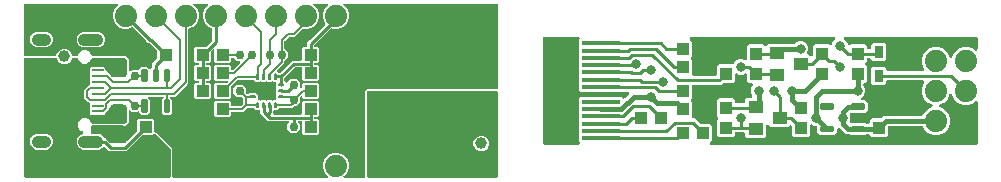
<source format=gbr>
G04 EAGLE Gerber RS-274X export*
G75*
%MOMM*%
%FSLAX34Y34*%
%LPD*%
%INGTL*%
%IPPOS*%
%AMOC8*
5,1,8,0,0,1.08239X$1,22.5*%
G01*
%ADD10C,0.198000*%
%ADD11R,1.450000X1.450000*%
%ADD12C,2.250000*%
%ADD13R,1.000000X0.280000*%
%ADD14R,1.000000X0.560000*%
%ADD15C,1.000000*%
%ADD16R,1.100000X1.000000*%
%ADD17C,0.363000*%
%ADD18C,1.879600*%
%ADD19C,1.000000*%
%ADD20R,1.000000X1.100000*%
%ADD21R,0.800000X1.000000*%
%ADD22R,1.270000X1.000000*%
%ADD23R,3.200000X0.350000*%
%ADD24C,0.756400*%
%ADD25C,0.254000*%
%ADD26C,0.806400*%
%ADD27C,0.152400*%
%ADD28C,0.381000*%

G36*
X267138Y-73521D02*
X267138Y-73521D01*
X267210Y-73519D01*
X267259Y-73501D01*
X267310Y-73493D01*
X267373Y-73459D01*
X267441Y-73434D01*
X267481Y-73402D01*
X267528Y-73377D01*
X267577Y-73325D01*
X267633Y-73281D01*
X267661Y-73237D01*
X267697Y-73199D01*
X267727Y-73134D01*
X267766Y-73074D01*
X267779Y-73023D01*
X267801Y-72976D01*
X267808Y-72905D01*
X267826Y-72835D01*
X267822Y-72783D01*
X267828Y-72732D01*
X267812Y-72661D01*
X267807Y-72590D01*
X267786Y-72542D01*
X267775Y-72491D01*
X267739Y-72430D01*
X267710Y-72364D01*
X267666Y-72308D01*
X267649Y-72280D01*
X267631Y-72265D01*
X267606Y-72233D01*
X265060Y-69687D01*
X263397Y-65673D01*
X263397Y-61327D01*
X265060Y-57313D01*
X268133Y-54240D01*
X272147Y-52577D01*
X276493Y-52577D01*
X280507Y-54240D01*
X283580Y-57313D01*
X285243Y-61327D01*
X285243Y-65673D01*
X283580Y-69687D01*
X281034Y-72233D01*
X280992Y-72291D01*
X280943Y-72343D01*
X280921Y-72390D01*
X280891Y-72432D01*
X280870Y-72501D01*
X280839Y-72566D01*
X280834Y-72618D01*
X280818Y-72668D01*
X280820Y-72739D01*
X280812Y-72810D01*
X280823Y-72861D01*
X280825Y-72913D01*
X280849Y-72981D01*
X280865Y-73051D01*
X280891Y-73096D01*
X280909Y-73144D01*
X280954Y-73200D01*
X280991Y-73262D01*
X281030Y-73296D01*
X281063Y-73336D01*
X281123Y-73375D01*
X281178Y-73422D01*
X281226Y-73441D01*
X281270Y-73469D01*
X281339Y-73487D01*
X281406Y-73514D01*
X281477Y-73522D01*
X281508Y-73530D01*
X281532Y-73528D01*
X281573Y-73532D01*
X298704Y-73532D01*
X298724Y-73529D01*
X298743Y-73531D01*
X298845Y-73509D01*
X298947Y-73493D01*
X298964Y-73483D01*
X298984Y-73479D01*
X299073Y-73426D01*
X299164Y-73377D01*
X299178Y-73363D01*
X299195Y-73353D01*
X299262Y-73274D01*
X299334Y-73199D01*
X299342Y-73181D01*
X299355Y-73166D01*
X299394Y-73070D01*
X299437Y-72976D01*
X299439Y-72956D01*
X299447Y-72938D01*
X299465Y-72771D01*
X299465Y-112D01*
X301102Y1525D01*
X410718Y1525D01*
X410738Y1528D01*
X410757Y1526D01*
X410859Y1548D01*
X410961Y1564D01*
X410978Y1574D01*
X410998Y1578D01*
X411087Y1631D01*
X411178Y1680D01*
X411192Y1694D01*
X411209Y1704D01*
X411276Y1783D01*
X411348Y1858D01*
X411356Y1876D01*
X411369Y1891D01*
X411408Y1987D01*
X411451Y2081D01*
X411453Y2101D01*
X411461Y2119D01*
X411479Y2286D01*
X411479Y72771D01*
X411476Y72791D01*
X411478Y72810D01*
X411456Y72912D01*
X411440Y73014D01*
X411430Y73031D01*
X411426Y73051D01*
X411373Y73140D01*
X411324Y73231D01*
X411310Y73245D01*
X411300Y73262D01*
X411221Y73329D01*
X411146Y73401D01*
X411128Y73409D01*
X411113Y73422D01*
X411017Y73461D01*
X410923Y73504D01*
X410903Y73506D01*
X410885Y73514D01*
X410718Y73532D01*
X281573Y73532D01*
X281502Y73521D01*
X281430Y73519D01*
X281381Y73501D01*
X281330Y73493D01*
X281267Y73459D01*
X281199Y73434D01*
X281159Y73402D01*
X281112Y73377D01*
X281063Y73325D01*
X281007Y73281D01*
X280979Y73237D01*
X280943Y73199D01*
X280913Y73134D01*
X280874Y73074D01*
X280861Y73023D01*
X280839Y72976D01*
X280832Y72905D01*
X280814Y72835D01*
X280818Y72783D01*
X280812Y72732D01*
X280828Y72661D01*
X280833Y72590D01*
X280854Y72542D01*
X280865Y72491D01*
X280901Y72430D01*
X280930Y72364D01*
X280974Y72308D01*
X280991Y72280D01*
X281009Y72265D01*
X281034Y72233D01*
X283580Y69687D01*
X285243Y65673D01*
X285243Y61327D01*
X283580Y57313D01*
X280507Y54240D01*
X276493Y52577D01*
X272147Y52577D01*
X271021Y53044D01*
X270907Y53071D01*
X270794Y53099D01*
X270787Y53099D01*
X270781Y53100D01*
X270665Y53089D01*
X270549Y53080D01*
X270543Y53078D01*
X270536Y53077D01*
X270429Y53029D01*
X270322Y52984D01*
X270316Y52979D01*
X270312Y52977D01*
X270298Y52964D01*
X270191Y52879D01*
X256138Y38825D01*
X256085Y38751D01*
X256025Y38682D01*
X256013Y38652D01*
X255994Y38626D01*
X255967Y38539D01*
X255933Y38454D01*
X255929Y38413D01*
X255922Y38391D01*
X255923Y38358D01*
X255915Y38287D01*
X255915Y37766D01*
X255918Y37746D01*
X255916Y37727D01*
X255938Y37625D01*
X255954Y37523D01*
X255964Y37506D01*
X255968Y37486D01*
X256021Y37397D01*
X256070Y37306D01*
X256084Y37292D01*
X256094Y37275D01*
X256173Y37208D01*
X256248Y37136D01*
X256266Y37128D01*
X256281Y37115D01*
X256377Y37076D01*
X256471Y37033D01*
X256491Y37031D01*
X256509Y37023D01*
X256676Y37005D01*
X259252Y37005D01*
X260145Y36112D01*
X260145Y24848D01*
X259252Y23955D01*
X256676Y23955D01*
X256656Y23952D01*
X256637Y23954D01*
X256535Y23932D01*
X256433Y23916D01*
X256416Y23906D01*
X256396Y23902D01*
X256307Y23849D01*
X256216Y23800D01*
X256202Y23786D01*
X256185Y23776D01*
X256118Y23697D01*
X256046Y23622D01*
X256038Y23604D01*
X256025Y23589D01*
X255986Y23493D01*
X255943Y23399D01*
X255941Y23379D01*
X255933Y23361D01*
X255915Y23194D01*
X255915Y22526D01*
X255918Y22506D01*
X255916Y22487D01*
X255938Y22385D01*
X255954Y22283D01*
X255964Y22266D01*
X255968Y22246D01*
X256021Y22157D01*
X256070Y22066D01*
X256084Y22052D01*
X256094Y22035D01*
X256173Y21968D01*
X256248Y21896D01*
X256266Y21888D01*
X256281Y21875D01*
X256377Y21836D01*
X256471Y21793D01*
X256491Y21791D01*
X256509Y21783D01*
X256676Y21765D01*
X259252Y21765D01*
X260145Y20872D01*
X260145Y9608D01*
X259252Y8715D01*
X246988Y8715D01*
X246095Y9608D01*
X246095Y19304D01*
X246092Y19324D01*
X246094Y19343D01*
X246072Y19445D01*
X246056Y19547D01*
X246046Y19564D01*
X246042Y19584D01*
X245989Y19673D01*
X245940Y19764D01*
X245926Y19778D01*
X245916Y19795D01*
X245837Y19862D01*
X245762Y19934D01*
X245744Y19942D01*
X245729Y19955D01*
X245633Y19994D01*
X245539Y20037D01*
X245519Y20039D01*
X245501Y20047D01*
X245334Y20065D01*
X240233Y20065D01*
X240143Y20051D01*
X240052Y20043D01*
X240022Y20031D01*
X239990Y20026D01*
X239910Y19983D01*
X239826Y19947D01*
X239794Y19921D01*
X239773Y19910D01*
X239751Y19887D01*
X239695Y19842D01*
X231068Y11215D01*
X231015Y11141D01*
X230955Y11072D01*
X230943Y11042D01*
X230924Y11016D01*
X230897Y10929D01*
X230863Y10844D01*
X230859Y10803D01*
X230852Y10781D01*
X230853Y10748D01*
X230845Y10677D01*
X230845Y8497D01*
X230859Y8407D01*
X230867Y8316D01*
X230879Y8286D01*
X230884Y8254D01*
X230927Y8174D01*
X230963Y8090D01*
X230989Y8057D01*
X231000Y8037D01*
X231023Y8015D01*
X231068Y7959D01*
X232154Y6873D01*
X232212Y6831D01*
X232264Y6781D01*
X232311Y6759D01*
X232353Y6729D01*
X232422Y6708D01*
X232487Y6678D01*
X232539Y6672D01*
X232589Y6657D01*
X232660Y6659D01*
X232731Y6651D01*
X232782Y6662D01*
X232834Y6663D01*
X232902Y6688D01*
X232972Y6703D01*
X233017Y6730D01*
X233065Y6748D01*
X233121Y6792D01*
X233183Y6829D01*
X233217Y6869D01*
X233257Y6901D01*
X233296Y6962D01*
X233343Y7016D01*
X233362Y7064D01*
X233390Y7108D01*
X233408Y7178D01*
X233435Y7244D01*
X233437Y7262D01*
X236562Y10387D01*
X240958Y10387D01*
X244067Y7278D01*
X244067Y2758D01*
X244078Y2688D01*
X244080Y2616D01*
X244098Y2567D01*
X244106Y2516D01*
X244140Y2452D01*
X244165Y2385D01*
X244197Y2344D01*
X244222Y2298D01*
X244273Y2249D01*
X244318Y2193D01*
X244362Y2165D01*
X244400Y2129D01*
X244465Y2099D01*
X244525Y2060D01*
X244576Y2047D01*
X244623Y2025D01*
X244694Y2017D01*
X244764Y2000D01*
X244816Y2004D01*
X244867Y1998D01*
X244938Y2013D01*
X245009Y2019D01*
X245057Y2039D01*
X245108Y2050D01*
X245169Y2087D01*
X245235Y2115D01*
X245291Y2160D01*
X245319Y2177D01*
X245334Y2194D01*
X245366Y2220D01*
X245451Y2305D01*
X245475Y2310D01*
X245577Y2326D01*
X245594Y2336D01*
X245614Y2340D01*
X245703Y2393D01*
X245794Y2442D01*
X245808Y2456D01*
X245825Y2466D01*
X245892Y2545D01*
X245964Y2620D01*
X245972Y2638D01*
X245985Y2653D01*
X246024Y2749D01*
X246067Y2843D01*
X246069Y2863D01*
X246077Y2881D01*
X246095Y3048D01*
X246095Y5632D01*
X246988Y6525D01*
X259252Y6525D01*
X260145Y5632D01*
X260145Y-5632D01*
X259252Y-6525D01*
X246988Y-6525D01*
X246095Y-5632D01*
X246095Y-5356D01*
X246084Y-5286D01*
X246082Y-5214D01*
X246064Y-5165D01*
X246056Y-5114D01*
X246022Y-5050D01*
X245997Y-4983D01*
X245965Y-4942D01*
X245940Y-4896D01*
X245889Y-4847D01*
X245844Y-4791D01*
X245800Y-4763D01*
X245762Y-4727D01*
X245697Y-4697D01*
X245637Y-4658D01*
X245586Y-4645D01*
X245539Y-4623D01*
X245468Y-4615D01*
X245398Y-4598D01*
X245346Y-4602D01*
X245295Y-4596D01*
X245224Y-4611D01*
X245153Y-4617D01*
X245105Y-4637D01*
X245054Y-4648D01*
X244993Y-4685D01*
X244927Y-4713D01*
X244871Y-4758D01*
X244843Y-4775D01*
X244828Y-4792D01*
X244796Y-4818D01*
X244290Y-5324D01*
X244237Y-5398D01*
X244177Y-5468D01*
X244165Y-5498D01*
X244146Y-5524D01*
X244119Y-5611D01*
X244085Y-5696D01*
X244081Y-5737D01*
X244074Y-5759D01*
X244075Y-5791D01*
X244067Y-5862D01*
X244067Y-9818D01*
X240958Y-12927D01*
X239543Y-12927D01*
X239452Y-12941D01*
X239362Y-12949D01*
X239332Y-12961D01*
X239300Y-12966D01*
X239219Y-13009D01*
X239135Y-13045D01*
X239103Y-13071D01*
X239082Y-13082D01*
X239060Y-13105D01*
X239004Y-13150D01*
X237717Y-14437D01*
X227186Y-14437D01*
X227166Y-14440D01*
X227147Y-14438D01*
X227045Y-14460D01*
X226943Y-14476D01*
X226926Y-14486D01*
X226906Y-14490D01*
X226817Y-14543D01*
X226726Y-14592D01*
X226712Y-14606D01*
X226695Y-14616D01*
X226628Y-14695D01*
X226556Y-14770D01*
X226548Y-14788D01*
X226535Y-14803D01*
X226496Y-14899D01*
X226453Y-14993D01*
X226451Y-15013D01*
X226443Y-15031D01*
X226437Y-15090D01*
X224952Y-16575D01*
X221956Y-16575D01*
X221936Y-16578D01*
X221917Y-16576D01*
X221815Y-16598D01*
X221713Y-16614D01*
X221696Y-16624D01*
X221676Y-16628D01*
X221587Y-16681D01*
X221496Y-16730D01*
X221482Y-16744D01*
X221465Y-16754D01*
X221398Y-16833D01*
X221326Y-16908D01*
X221318Y-16926D01*
X221305Y-16941D01*
X221266Y-17037D01*
X221223Y-17131D01*
X221221Y-17151D01*
X221213Y-17169D01*
X221195Y-17336D01*
X221195Y-19187D01*
X221191Y-19199D01*
X221193Y-19272D01*
X221185Y-19343D01*
X221196Y-19394D01*
X221197Y-19445D01*
X221222Y-19513D01*
X221237Y-19584D01*
X221263Y-19628D01*
X221281Y-19677D01*
X221326Y-19733D01*
X221363Y-19795D01*
X221402Y-19828D01*
X221434Y-19869D01*
X221495Y-19908D01*
X221550Y-19955D01*
X221598Y-19974D01*
X221641Y-20002D01*
X221711Y-20020D01*
X221778Y-20047D01*
X221849Y-20055D01*
X221880Y-20062D01*
X221903Y-20061D01*
X221945Y-20065D01*
X245334Y-20065D01*
X245354Y-20062D01*
X245373Y-20064D01*
X245475Y-20042D01*
X245577Y-20026D01*
X245594Y-20016D01*
X245614Y-20012D01*
X245703Y-19959D01*
X245794Y-19910D01*
X245808Y-19896D01*
X245825Y-19886D01*
X245892Y-19807D01*
X245964Y-19732D01*
X245972Y-19714D01*
X245985Y-19699D01*
X246024Y-19603D01*
X246067Y-19509D01*
X246069Y-19489D01*
X246077Y-19471D01*
X246095Y-19304D01*
X246095Y-9608D01*
X246988Y-8715D01*
X259252Y-8715D01*
X260145Y-9608D01*
X260145Y-20872D01*
X259252Y-21765D01*
X256676Y-21765D01*
X256656Y-21768D01*
X256637Y-21766D01*
X256535Y-21788D01*
X256433Y-21804D01*
X256416Y-21814D01*
X256396Y-21818D01*
X256307Y-21871D01*
X256216Y-21920D01*
X256202Y-21934D01*
X256185Y-21944D01*
X256118Y-22023D01*
X256046Y-22098D01*
X256038Y-22116D01*
X256025Y-22131D01*
X255986Y-22227D01*
X255943Y-22321D01*
X255941Y-22341D01*
X255933Y-22359D01*
X255915Y-22526D01*
X255915Y-23194D01*
X255918Y-23214D01*
X255916Y-23233D01*
X255938Y-23335D01*
X255954Y-23437D01*
X255964Y-23454D01*
X255968Y-23474D01*
X256021Y-23563D01*
X256070Y-23654D01*
X256084Y-23668D01*
X256094Y-23685D01*
X256173Y-23752D01*
X256248Y-23824D01*
X256266Y-23832D01*
X256281Y-23845D01*
X256377Y-23884D01*
X256471Y-23927D01*
X256491Y-23929D01*
X256509Y-23937D01*
X256676Y-23955D01*
X259252Y-23955D01*
X260145Y-24848D01*
X260145Y-36112D01*
X259252Y-37005D01*
X246988Y-37005D01*
X246095Y-36112D01*
X246095Y-26416D01*
X246092Y-26396D01*
X246094Y-26377D01*
X246072Y-26275D01*
X246056Y-26173D01*
X246046Y-26156D01*
X246042Y-26136D01*
X245989Y-26047D01*
X245940Y-25956D01*
X245926Y-25942D01*
X245916Y-25925D01*
X245837Y-25858D01*
X245762Y-25786D01*
X245744Y-25778D01*
X245729Y-25765D01*
X245633Y-25726D01*
X245539Y-25683D01*
X245519Y-25681D01*
X245501Y-25673D01*
X245334Y-25655D01*
X243277Y-25655D01*
X243207Y-25666D01*
X243135Y-25668D01*
X243086Y-25686D01*
X243035Y-25694D01*
X242971Y-25728D01*
X242904Y-25753D01*
X242863Y-25785D01*
X242817Y-25810D01*
X242768Y-25862D01*
X242712Y-25906D01*
X242684Y-25950D01*
X242648Y-25988D01*
X242618Y-26053D01*
X242579Y-26113D01*
X242566Y-26164D01*
X242544Y-26211D01*
X242536Y-26282D01*
X242519Y-26352D01*
X242523Y-26404D01*
X242517Y-26455D01*
X242532Y-26526D01*
X242538Y-26597D01*
X242558Y-26645D01*
X242569Y-26696D01*
X242606Y-26757D01*
X242634Y-26823D01*
X242679Y-26879D01*
X242696Y-26907D01*
X242713Y-26922D01*
X242739Y-26954D01*
X244067Y-28282D01*
X244067Y-32678D01*
X240958Y-35787D01*
X236562Y-35787D01*
X233453Y-32678D01*
X233453Y-28282D01*
X234781Y-26954D01*
X234823Y-26896D01*
X234872Y-26844D01*
X234894Y-26797D01*
X234924Y-26755D01*
X234946Y-26686D01*
X234976Y-26621D01*
X234981Y-26569D01*
X234997Y-26519D01*
X234995Y-26448D01*
X235003Y-26377D01*
X234992Y-26326D01*
X234990Y-26274D01*
X234966Y-26206D01*
X234951Y-26136D01*
X234924Y-26091D01*
X234906Y-26043D01*
X234861Y-25987D01*
X234824Y-25925D01*
X234785Y-25891D01*
X234752Y-25851D01*
X234692Y-25812D01*
X234637Y-25765D01*
X234589Y-25746D01*
X234545Y-25718D01*
X234476Y-25700D01*
X234409Y-25673D01*
X234338Y-25665D01*
X234307Y-25657D01*
X234284Y-25659D01*
X234243Y-25655D01*
X217282Y-25655D01*
X210605Y-18978D01*
X210605Y-17336D01*
X210602Y-17316D01*
X210604Y-17297D01*
X210582Y-17195D01*
X210566Y-17093D01*
X210556Y-17076D01*
X210552Y-17056D01*
X210499Y-16967D01*
X210450Y-16876D01*
X210436Y-16862D01*
X210426Y-16845D01*
X210347Y-16778D01*
X210272Y-16706D01*
X210254Y-16698D01*
X210239Y-16685D01*
X210143Y-16646D01*
X210049Y-16603D01*
X210029Y-16601D01*
X210011Y-16593D01*
X209844Y-16575D01*
X206848Y-16575D01*
X205358Y-15085D01*
X205352Y-15057D01*
X205336Y-14955D01*
X205326Y-14938D01*
X205322Y-14918D01*
X205269Y-14829D01*
X205220Y-14738D01*
X205206Y-14724D01*
X205196Y-14707D01*
X205117Y-14640D01*
X205042Y-14568D01*
X205024Y-14560D01*
X205009Y-14547D01*
X204913Y-14508D01*
X204819Y-14465D01*
X204799Y-14463D01*
X204781Y-14455D01*
X204614Y-14437D01*
X199383Y-14437D01*
X199292Y-14451D01*
X199202Y-14459D01*
X199172Y-14471D01*
X199140Y-14476D01*
X199059Y-14519D01*
X198975Y-14555D01*
X198943Y-14581D01*
X198922Y-14592D01*
X198900Y-14615D01*
X198844Y-14660D01*
X195977Y-17527D01*
X186466Y-17527D01*
X186446Y-17530D01*
X186427Y-17528D01*
X186325Y-17550D01*
X186223Y-17566D01*
X186206Y-17576D01*
X186186Y-17580D01*
X186097Y-17633D01*
X186006Y-17682D01*
X185992Y-17696D01*
X185975Y-17706D01*
X185908Y-17785D01*
X185836Y-17860D01*
X185828Y-17878D01*
X185815Y-17893D01*
X185776Y-17989D01*
X185733Y-18083D01*
X185731Y-18103D01*
X185723Y-18121D01*
X185705Y-18288D01*
X185705Y-20872D01*
X184812Y-21765D01*
X172548Y-21765D01*
X171655Y-20872D01*
X171655Y-9608D01*
X172548Y-8715D01*
X184812Y-8715D01*
X185705Y-9608D01*
X185705Y-12192D01*
X185708Y-12212D01*
X185706Y-12231D01*
X185728Y-12333D01*
X185744Y-12435D01*
X185754Y-12452D01*
X185758Y-12472D01*
X185811Y-12561D01*
X185860Y-12652D01*
X185874Y-12666D01*
X185884Y-12683D01*
X185963Y-12750D01*
X186038Y-12822D01*
X186056Y-12830D01*
X186071Y-12843D01*
X186167Y-12882D01*
X186261Y-12925D01*
X186281Y-12927D01*
X186299Y-12935D01*
X186466Y-12953D01*
X193767Y-12953D01*
X193858Y-12939D01*
X193948Y-12931D01*
X193978Y-12919D01*
X194010Y-12914D01*
X194091Y-12871D01*
X194175Y-12835D01*
X194207Y-12809D01*
X194228Y-12798D01*
X194250Y-12775D01*
X194306Y-12730D01*
X195610Y-11426D01*
X195663Y-11352D01*
X195723Y-11282D01*
X195735Y-11252D01*
X195754Y-11226D01*
X195781Y-11139D01*
X195815Y-11054D01*
X195819Y-11013D01*
X195826Y-10991D01*
X195825Y-10959D01*
X195833Y-10887D01*
X195833Y-6343D01*
X195819Y-6252D01*
X195811Y-6162D01*
X195799Y-6132D01*
X195794Y-6100D01*
X195751Y-6019D01*
X195715Y-5935D01*
X195689Y-5903D01*
X195678Y-5882D01*
X195655Y-5860D01*
X195610Y-5804D01*
X195336Y-5530D01*
X195262Y-5477D01*
X195192Y-5417D01*
X195162Y-5405D01*
X195136Y-5386D01*
X195049Y-5359D01*
X194964Y-5325D01*
X194923Y-5321D01*
X194901Y-5314D01*
X194869Y-5315D01*
X194797Y-5307D01*
X190842Y-5307D01*
X187733Y-2198D01*
X187733Y2198D01*
X190842Y5307D01*
X195238Y5307D01*
X198347Y2198D01*
X198347Y-1757D01*
X198361Y-1848D01*
X198369Y-1938D01*
X198381Y-1968D01*
X198386Y-2000D01*
X198429Y-2081D01*
X198465Y-2165D01*
X198491Y-2197D01*
X198502Y-2218D01*
X198525Y-2240D01*
X198570Y-2296D01*
X198764Y-2490D01*
X198838Y-2543D01*
X198908Y-2603D01*
X198938Y-2615D01*
X198964Y-2634D01*
X199051Y-2661D01*
X199136Y-2695D01*
X199177Y-2699D01*
X199199Y-2706D01*
X199231Y-2705D01*
X199303Y-2713D01*
X199745Y-2713D01*
X199835Y-2699D01*
X199926Y-2691D01*
X199956Y-2679D01*
X199988Y-2674D01*
X200068Y-2631D01*
X200152Y-2595D01*
X200184Y-2569D01*
X200205Y-2558D01*
X200227Y-2535D01*
X200283Y-2490D01*
X200798Y-1975D01*
X206702Y-1975D01*
X208175Y-3448D01*
X208175Y-6601D01*
X208157Y-6625D01*
X208136Y-6694D01*
X208106Y-6759D01*
X208100Y-6811D01*
X208085Y-6860D01*
X208087Y-6932D01*
X208079Y-7003D01*
X208090Y-7054D01*
X208091Y-7106D01*
X208116Y-7174D01*
X208131Y-7244D01*
X208158Y-7289D01*
X208175Y-7337D01*
X208220Y-7393D01*
X208257Y-7455D01*
X208297Y-7489D01*
X208329Y-7529D01*
X208389Y-7568D01*
X208444Y-7615D01*
X208492Y-7634D01*
X208536Y-7662D01*
X208605Y-7680D01*
X208672Y-7707D01*
X208743Y-7715D01*
X208775Y-7723D01*
X208798Y-7721D01*
X208839Y-7725D01*
X209952Y-7725D01*
X210362Y-8135D01*
X210378Y-8147D01*
X210390Y-8163D01*
X210477Y-8219D01*
X210561Y-8279D01*
X210580Y-8285D01*
X210597Y-8296D01*
X210698Y-8321D01*
X210797Y-8351D01*
X210816Y-8351D01*
X210836Y-8356D01*
X210939Y-8348D01*
X211042Y-8345D01*
X211061Y-8338D01*
X211081Y-8336D01*
X211176Y-8296D01*
X211273Y-8260D01*
X211289Y-8248D01*
X211307Y-8240D01*
X211438Y-8135D01*
X211848Y-7725D01*
X214952Y-7725D01*
X215362Y-8135D01*
X215378Y-8147D01*
X215390Y-8163D01*
X215477Y-8219D01*
X215561Y-8279D01*
X215580Y-8285D01*
X215597Y-8296D01*
X215698Y-8321D01*
X215797Y-8351D01*
X215816Y-8351D01*
X215836Y-8356D01*
X215939Y-8348D01*
X216042Y-8345D01*
X216061Y-8338D01*
X216081Y-8336D01*
X216176Y-8296D01*
X216273Y-8260D01*
X216289Y-8248D01*
X216307Y-8240D01*
X216438Y-8135D01*
X216848Y-7725D01*
X219952Y-7725D01*
X220362Y-8135D01*
X220378Y-8147D01*
X220390Y-8163D01*
X220477Y-8219D01*
X220561Y-8279D01*
X220580Y-8285D01*
X220597Y-8296D01*
X220698Y-8321D01*
X220797Y-8351D01*
X220816Y-8351D01*
X220836Y-8356D01*
X220939Y-8348D01*
X221042Y-8345D01*
X221061Y-8338D01*
X221081Y-8336D01*
X221176Y-8296D01*
X221273Y-8260D01*
X221289Y-8248D01*
X221307Y-8240D01*
X221438Y-8135D01*
X221848Y-7725D01*
X222961Y-7725D01*
X223032Y-7714D01*
X223104Y-7712D01*
X223153Y-7694D01*
X223204Y-7686D01*
X223267Y-7652D01*
X223335Y-7627D01*
X223375Y-7595D01*
X223421Y-7570D01*
X223471Y-7518D01*
X223527Y-7474D01*
X223555Y-7430D01*
X223591Y-7392D01*
X223621Y-7327D01*
X223660Y-7267D01*
X223672Y-7216D01*
X223694Y-7169D01*
X223702Y-7098D01*
X223720Y-7028D01*
X223716Y-6976D01*
X223721Y-6925D01*
X223706Y-6854D01*
X223700Y-6783D01*
X223680Y-6735D01*
X223669Y-6684D01*
X223632Y-6623D01*
X223625Y-6606D01*
X223625Y-3448D01*
X224035Y-3038D01*
X224047Y-3022D01*
X224063Y-3010D01*
X224119Y-2923D01*
X224179Y-2839D01*
X224185Y-2820D01*
X224196Y-2803D01*
X224221Y-2702D01*
X224251Y-2603D01*
X224251Y-2584D01*
X224256Y-2564D01*
X224248Y-2461D01*
X224245Y-2358D01*
X224238Y-2339D01*
X224236Y-2319D01*
X224196Y-2224D01*
X224160Y-2127D01*
X224148Y-2111D01*
X224140Y-2093D01*
X224035Y-1962D01*
X223625Y-1552D01*
X223625Y1552D01*
X224035Y1962D01*
X224047Y1978D01*
X224063Y1990D01*
X224119Y2077D01*
X224179Y2161D01*
X224185Y2180D01*
X224196Y2197D01*
X224221Y2298D01*
X224251Y2397D01*
X224251Y2416D01*
X224256Y2436D01*
X224248Y2539D01*
X224245Y2642D01*
X224238Y2661D01*
X224236Y2681D01*
X224196Y2776D01*
X224160Y2873D01*
X224148Y2889D01*
X224140Y2907D01*
X224035Y3038D01*
X223625Y3448D01*
X223625Y6601D01*
X223643Y6625D01*
X223664Y6694D01*
X223694Y6759D01*
X223700Y6811D01*
X223715Y6860D01*
X223713Y6932D01*
X223721Y7003D01*
X223710Y7054D01*
X223709Y7106D01*
X223684Y7174D01*
X223669Y7244D01*
X223642Y7289D01*
X223625Y7337D01*
X223580Y7393D01*
X223543Y7455D01*
X223503Y7489D01*
X223471Y7529D01*
X223411Y7568D01*
X223356Y7615D01*
X223308Y7634D01*
X223264Y7662D01*
X223195Y7680D01*
X223128Y7707D01*
X223057Y7715D01*
X223025Y7723D01*
X223002Y7721D01*
X222961Y7725D01*
X221848Y7725D01*
X221438Y8135D01*
X221422Y8147D01*
X221410Y8163D01*
X221323Y8219D01*
X221239Y8279D01*
X221220Y8285D01*
X221203Y8296D01*
X221102Y8321D01*
X221003Y8351D01*
X220984Y8351D01*
X220964Y8356D01*
X220861Y8348D01*
X220758Y8345D01*
X220739Y8338D01*
X220719Y8336D01*
X220624Y8296D01*
X220527Y8260D01*
X220511Y8248D01*
X220493Y8240D01*
X220362Y8135D01*
X219952Y7725D01*
X216848Y7725D01*
X216438Y8135D01*
X216422Y8147D01*
X216410Y8163D01*
X216323Y8219D01*
X216239Y8279D01*
X216220Y8285D01*
X216203Y8296D01*
X216102Y8321D01*
X216003Y8351D01*
X215984Y8351D01*
X215964Y8356D01*
X215861Y8348D01*
X215758Y8345D01*
X215739Y8338D01*
X215719Y8336D01*
X215624Y8296D01*
X215527Y8260D01*
X215511Y8248D01*
X215493Y8240D01*
X215362Y8135D01*
X214952Y7725D01*
X211848Y7725D01*
X211438Y8135D01*
X211422Y8147D01*
X211410Y8163D01*
X211323Y8219D01*
X211239Y8279D01*
X211220Y8285D01*
X211203Y8296D01*
X211102Y8321D01*
X211003Y8351D01*
X210984Y8351D01*
X210964Y8356D01*
X210861Y8348D01*
X210758Y8345D01*
X210739Y8338D01*
X210719Y8336D01*
X210624Y8296D01*
X210527Y8260D01*
X210511Y8248D01*
X210493Y8240D01*
X210362Y8135D01*
X209952Y7725D01*
X206848Y7725D01*
X205263Y9310D01*
X205189Y9363D01*
X205120Y9423D01*
X205090Y9435D01*
X205064Y9454D01*
X204977Y9481D01*
X204892Y9515D01*
X204851Y9519D01*
X204829Y9526D01*
X204796Y9525D01*
X204725Y9533D01*
X191762Y9533D01*
X191672Y9519D01*
X191581Y9511D01*
X191552Y9499D01*
X191520Y9494D01*
X191439Y9451D01*
X191355Y9415D01*
X191323Y9389D01*
X191302Y9378D01*
X191280Y9355D01*
X191224Y9310D01*
X185928Y4014D01*
X185875Y3940D01*
X185815Y3870D01*
X185803Y3840D01*
X185784Y3814D01*
X185757Y3727D01*
X185723Y3642D01*
X185719Y3601D01*
X185712Y3579D01*
X185713Y3547D01*
X185705Y3476D01*
X185705Y-5632D01*
X184812Y-6525D01*
X172548Y-6525D01*
X171655Y-5632D01*
X171655Y5632D01*
X172548Y6525D01*
X181656Y6525D01*
X181746Y6539D01*
X181837Y6547D01*
X181866Y6559D01*
X181898Y6564D01*
X181979Y6607D01*
X182063Y6643D01*
X182095Y6669D01*
X182116Y6680D01*
X182138Y6703D01*
X182194Y6748D01*
X182862Y7416D01*
X182904Y7474D01*
X182953Y7526D01*
X182975Y7573D01*
X183005Y7615D01*
X183026Y7684D01*
X183057Y7749D01*
X183062Y7801D01*
X183078Y7851D01*
X183076Y7922D01*
X183084Y7993D01*
X183073Y8044D01*
X183071Y8096D01*
X183047Y8164D01*
X183032Y8234D01*
X183005Y8278D01*
X182987Y8327D01*
X182942Y8383D01*
X182905Y8445D01*
X182866Y8479D01*
X182833Y8519D01*
X182773Y8558D01*
X182718Y8605D01*
X182670Y8624D01*
X182626Y8652D01*
X182557Y8670D01*
X182490Y8697D01*
X182419Y8705D01*
X182388Y8713D01*
X182364Y8711D01*
X182324Y8715D01*
X172548Y8715D01*
X171655Y9608D01*
X171655Y20872D01*
X172548Y21765D01*
X184812Y21765D01*
X185705Y20872D01*
X185705Y18288D01*
X185708Y18268D01*
X185706Y18249D01*
X185728Y18147D01*
X185744Y18045D01*
X185754Y18028D01*
X185758Y18008D01*
X185811Y17919D01*
X185860Y17828D01*
X185874Y17814D01*
X185884Y17797D01*
X185963Y17730D01*
X186038Y17658D01*
X186056Y17650D01*
X186071Y17637D01*
X186167Y17598D01*
X186261Y17555D01*
X186281Y17553D01*
X186299Y17545D01*
X186466Y17527D01*
X186697Y17527D01*
X186788Y17541D01*
X186878Y17549D01*
X186908Y17561D01*
X186940Y17566D01*
X187021Y17609D01*
X187105Y17645D01*
X187137Y17671D01*
X187158Y17682D01*
X187180Y17705D01*
X187236Y17750D01*
X193360Y23874D01*
X193402Y23932D01*
X193451Y23984D01*
X193473Y24031D01*
X193503Y24073D01*
X193524Y24142D01*
X193555Y24207D01*
X193560Y24259D01*
X193576Y24309D01*
X193574Y24380D01*
X193582Y24451D01*
X193571Y24502D01*
X193569Y24554D01*
X193545Y24622D01*
X193530Y24692D01*
X193503Y24737D01*
X193485Y24785D01*
X193440Y24841D01*
X193403Y24903D01*
X193364Y24937D01*
X193331Y24977D01*
X193271Y25016D01*
X193216Y25063D01*
X193168Y25082D01*
X193124Y25110D01*
X193055Y25128D01*
X192988Y25155D01*
X192917Y25163D01*
X192886Y25171D01*
X192862Y25169D01*
X192822Y25173D01*
X190842Y25173D01*
X188045Y27970D01*
X187971Y28023D01*
X187901Y28083D01*
X187871Y28095D01*
X187845Y28114D01*
X187758Y28141D01*
X187673Y28175D01*
X187632Y28179D01*
X187610Y28186D01*
X187578Y28185D01*
X187507Y28193D01*
X186466Y28193D01*
X186446Y28190D01*
X186427Y28192D01*
X186325Y28170D01*
X186223Y28154D01*
X186206Y28144D01*
X186186Y28140D01*
X186097Y28087D01*
X186006Y28038D01*
X185992Y28024D01*
X185975Y28014D01*
X185908Y27935D01*
X185836Y27860D01*
X185828Y27842D01*
X185815Y27827D01*
X185776Y27731D01*
X185733Y27637D01*
X185731Y27617D01*
X185723Y27599D01*
X185705Y27432D01*
X185705Y24848D01*
X184812Y23955D01*
X172548Y23955D01*
X171655Y24848D01*
X171655Y34665D01*
X171644Y34736D01*
X171642Y34808D01*
X171624Y34857D01*
X171616Y34908D01*
X171582Y34971D01*
X171557Y35039D01*
X171525Y35079D01*
X171500Y35125D01*
X171448Y35175D01*
X171404Y35231D01*
X171360Y35259D01*
X171322Y35295D01*
X171257Y35325D01*
X171197Y35364D01*
X171146Y35376D01*
X171099Y35398D01*
X171028Y35406D01*
X170958Y35424D01*
X170906Y35420D01*
X170855Y35425D01*
X170784Y35410D01*
X170713Y35405D01*
X170665Y35384D01*
X170614Y35373D01*
X170553Y35336D01*
X170487Y35308D01*
X170431Y35263D01*
X170403Y35247D01*
X170388Y35229D01*
X170356Y35203D01*
X168928Y33775D01*
X168875Y33701D01*
X168815Y33632D01*
X168803Y33602D01*
X168784Y33576D01*
X168757Y33488D01*
X168723Y33404D01*
X168719Y33363D01*
X168712Y33341D01*
X168713Y33308D01*
X168705Y33237D01*
X168705Y24848D01*
X167812Y23955D01*
X165236Y23955D01*
X165216Y23952D01*
X165197Y23954D01*
X165095Y23932D01*
X164993Y23916D01*
X164976Y23906D01*
X164956Y23902D01*
X164867Y23849D01*
X164776Y23800D01*
X164762Y23786D01*
X164745Y23776D01*
X164678Y23697D01*
X164606Y23622D01*
X164598Y23604D01*
X164585Y23589D01*
X164546Y23493D01*
X164503Y23399D01*
X164501Y23379D01*
X164493Y23361D01*
X164475Y23194D01*
X164475Y22526D01*
X164478Y22506D01*
X164476Y22487D01*
X164498Y22385D01*
X164514Y22283D01*
X164524Y22266D01*
X164528Y22246D01*
X164581Y22157D01*
X164630Y22066D01*
X164644Y22052D01*
X164654Y22035D01*
X164733Y21968D01*
X164808Y21896D01*
X164826Y21888D01*
X164841Y21875D01*
X164937Y21836D01*
X165031Y21793D01*
X165051Y21791D01*
X165069Y21783D01*
X165236Y21765D01*
X167812Y21765D01*
X168705Y20872D01*
X168705Y9608D01*
X167812Y8715D01*
X165236Y8715D01*
X165216Y8712D01*
X165197Y8714D01*
X165095Y8692D01*
X164993Y8676D01*
X164976Y8666D01*
X164956Y8662D01*
X164867Y8609D01*
X164776Y8560D01*
X164762Y8546D01*
X164745Y8536D01*
X164678Y8457D01*
X164606Y8382D01*
X164598Y8364D01*
X164585Y8349D01*
X164546Y8253D01*
X164503Y8159D01*
X164501Y8139D01*
X164493Y8121D01*
X164475Y7954D01*
X164475Y7286D01*
X164478Y7266D01*
X164476Y7247D01*
X164498Y7145D01*
X164514Y7043D01*
X164524Y7026D01*
X164528Y7006D01*
X164581Y6917D01*
X164630Y6826D01*
X164644Y6812D01*
X164654Y6795D01*
X164733Y6728D01*
X164808Y6656D01*
X164826Y6648D01*
X164841Y6635D01*
X164937Y6596D01*
X165031Y6553D01*
X165051Y6551D01*
X165069Y6543D01*
X165236Y6525D01*
X167812Y6525D01*
X168705Y5632D01*
X168705Y-5632D01*
X167812Y-6525D01*
X155548Y-6525D01*
X154655Y-5632D01*
X154655Y5632D01*
X155548Y6525D01*
X158124Y6525D01*
X158144Y6528D01*
X158163Y6526D01*
X158265Y6548D01*
X158367Y6564D01*
X158384Y6574D01*
X158404Y6578D01*
X158493Y6631D01*
X158584Y6680D01*
X158598Y6694D01*
X158615Y6704D01*
X158682Y6783D01*
X158754Y6858D01*
X158762Y6876D01*
X158775Y6891D01*
X158814Y6987D01*
X158857Y7081D01*
X158859Y7101D01*
X158867Y7119D01*
X158885Y7286D01*
X158885Y7954D01*
X158884Y7961D01*
X158884Y7963D01*
X158882Y7974D01*
X158884Y7993D01*
X158862Y8095D01*
X158846Y8197D01*
X158836Y8214D01*
X158832Y8234D01*
X158779Y8323D01*
X158730Y8414D01*
X158716Y8428D01*
X158706Y8445D01*
X158627Y8512D01*
X158552Y8584D01*
X158534Y8592D01*
X158519Y8605D01*
X158423Y8644D01*
X158329Y8687D01*
X158309Y8689D01*
X158291Y8697D01*
X158124Y8715D01*
X155548Y8715D01*
X154655Y9608D01*
X154655Y20872D01*
X155548Y21765D01*
X158124Y21765D01*
X158144Y21768D01*
X158163Y21766D01*
X158265Y21788D01*
X158367Y21804D01*
X158384Y21814D01*
X158404Y21818D01*
X158493Y21871D01*
X158584Y21920D01*
X158598Y21934D01*
X158615Y21944D01*
X158682Y22023D01*
X158754Y22098D01*
X158762Y22116D01*
X158775Y22131D01*
X158814Y22227D01*
X158857Y22321D01*
X158859Y22341D01*
X158867Y22359D01*
X158885Y22526D01*
X158885Y23194D01*
X158882Y23214D01*
X158884Y23233D01*
X158862Y23335D01*
X158846Y23437D01*
X158836Y23454D01*
X158832Y23474D01*
X158779Y23563D01*
X158730Y23654D01*
X158716Y23668D01*
X158706Y23685D01*
X158627Y23752D01*
X158552Y23824D01*
X158534Y23832D01*
X158519Y23845D01*
X158423Y23884D01*
X158329Y23927D01*
X158309Y23929D01*
X158291Y23937D01*
X158124Y23955D01*
X155548Y23955D01*
X154655Y24848D01*
X154655Y36112D01*
X155548Y37005D01*
X163937Y37005D01*
X164027Y37019D01*
X164118Y37027D01*
X164148Y37039D01*
X164180Y37044D01*
X164260Y37087D01*
X164344Y37123D01*
X164376Y37149D01*
X164397Y37160D01*
X164419Y37183D01*
X164475Y37228D01*
X169702Y42455D01*
X169755Y42529D01*
X169815Y42598D01*
X169827Y42628D01*
X169846Y42654D01*
X169873Y42741D01*
X169907Y42826D01*
X169911Y42867D01*
X169918Y42889D01*
X169917Y42922D01*
X169925Y42993D01*
X169925Y52326D01*
X169906Y52441D01*
X169889Y52557D01*
X169887Y52563D01*
X169886Y52569D01*
X169831Y52672D01*
X169778Y52776D01*
X169773Y52781D01*
X169770Y52786D01*
X169686Y52866D01*
X169602Y52949D01*
X169596Y52952D01*
X169592Y52956D01*
X169575Y52964D01*
X169455Y53030D01*
X166533Y54240D01*
X163460Y57313D01*
X161797Y61327D01*
X161797Y65673D01*
X163460Y69687D01*
X166006Y72233D01*
X166048Y72291D01*
X166097Y72343D01*
X166119Y72390D01*
X166149Y72432D01*
X166170Y72501D01*
X166201Y72566D01*
X166206Y72618D01*
X166222Y72668D01*
X166220Y72739D01*
X166228Y72810D01*
X166217Y72861D01*
X166215Y72913D01*
X166191Y72981D01*
X166175Y73051D01*
X166149Y73096D01*
X166131Y73144D01*
X166086Y73200D01*
X166049Y73262D01*
X166010Y73296D01*
X165977Y73336D01*
X165917Y73375D01*
X165862Y73422D01*
X165814Y73441D01*
X165770Y73469D01*
X165701Y73487D01*
X165634Y73514D01*
X165563Y73522D01*
X165532Y73530D01*
X165508Y73528D01*
X165467Y73532D01*
X154573Y73532D01*
X154502Y73521D01*
X154430Y73519D01*
X154381Y73501D01*
X154330Y73493D01*
X154267Y73459D01*
X154199Y73434D01*
X154159Y73402D01*
X154112Y73377D01*
X154063Y73325D01*
X154007Y73281D01*
X153979Y73237D01*
X153943Y73199D01*
X153913Y73134D01*
X153874Y73074D01*
X153861Y73023D01*
X153839Y72976D01*
X153832Y72905D01*
X153814Y72835D01*
X153818Y72783D01*
X153812Y72732D01*
X153828Y72661D01*
X153833Y72590D01*
X153854Y72542D01*
X153865Y72491D01*
X153901Y72430D01*
X153930Y72364D01*
X153974Y72308D01*
X153991Y72280D01*
X154009Y72265D01*
X154034Y72233D01*
X156580Y69687D01*
X158243Y65673D01*
X158243Y61327D01*
X156580Y57313D01*
X153507Y54240D01*
X150077Y52819D01*
X149977Y52758D01*
X149877Y52698D01*
X149873Y52693D01*
X149868Y52690D01*
X149793Y52600D01*
X149717Y52511D01*
X149715Y52505D01*
X149711Y52500D01*
X149669Y52392D01*
X149625Y52283D01*
X149624Y52275D01*
X149623Y52270D01*
X149622Y52252D01*
X149607Y52116D01*
X149607Y6673D01*
X148044Y5110D01*
X139670Y-3264D01*
X138107Y-4827D01*
X134927Y-4827D01*
X134856Y-4838D01*
X134784Y-4840D01*
X134735Y-4858D01*
X134684Y-4866D01*
X134621Y-4900D01*
X134553Y-4925D01*
X134513Y-4957D01*
X134467Y-4982D01*
X134417Y-5034D01*
X134361Y-5078D01*
X134333Y-5122D01*
X134297Y-5160D01*
X134267Y-5225D01*
X134228Y-5285D01*
X134215Y-5336D01*
X134194Y-5383D01*
X134186Y-5454D01*
X134168Y-5524D01*
X134172Y-5576D01*
X134166Y-5627D01*
X134182Y-5698D01*
X134187Y-5769D01*
X134208Y-5817D01*
X134219Y-5868D01*
X134255Y-5929D01*
X134284Y-5995D01*
X134328Y-6051D01*
X134345Y-6079D01*
X134363Y-6094D01*
X134388Y-6126D01*
X135695Y-7433D01*
X135695Y-18569D01*
X133738Y-20526D01*
X129102Y-20526D01*
X127145Y-18569D01*
X127145Y-7433D01*
X128452Y-6126D01*
X128493Y-6068D01*
X128543Y-6016D01*
X128565Y-5969D01*
X128595Y-5927D01*
X128616Y-5858D01*
X128646Y-5793D01*
X128652Y-5741D01*
X128668Y-5691D01*
X128666Y-5620D01*
X128674Y-5549D01*
X128663Y-5498D01*
X128661Y-5446D01*
X128637Y-5378D01*
X128621Y-5308D01*
X128595Y-5263D01*
X128577Y-5215D01*
X128532Y-5159D01*
X128495Y-5097D01*
X128456Y-5063D01*
X128423Y-5023D01*
X128363Y-4984D01*
X128308Y-4937D01*
X128260Y-4918D01*
X128216Y-4890D01*
X128147Y-4872D01*
X128080Y-4845D01*
X128009Y-4837D01*
X127978Y-4829D01*
X127954Y-4831D01*
X127913Y-4827D01*
X115927Y-4827D01*
X115856Y-4838D01*
X115784Y-4840D01*
X115735Y-4858D01*
X115684Y-4866D01*
X115621Y-4900D01*
X115553Y-4925D01*
X115513Y-4957D01*
X115467Y-4982D01*
X115417Y-5034D01*
X115361Y-5078D01*
X115333Y-5122D01*
X115297Y-5160D01*
X115267Y-5225D01*
X115228Y-5285D01*
X115215Y-5336D01*
X115194Y-5383D01*
X115186Y-5454D01*
X115168Y-5524D01*
X115172Y-5576D01*
X115166Y-5627D01*
X115182Y-5698D01*
X115187Y-5769D01*
X115208Y-5817D01*
X115219Y-5868D01*
X115255Y-5929D01*
X115284Y-5995D01*
X115328Y-6051D01*
X115345Y-6079D01*
X115363Y-6094D01*
X115388Y-6126D01*
X116695Y-7433D01*
X116695Y-18569D01*
X114738Y-20526D01*
X110102Y-20526D01*
X108145Y-18569D01*
X108145Y-18037D01*
X108134Y-17967D01*
X108132Y-17895D01*
X108114Y-17846D01*
X108106Y-17795D01*
X108072Y-17731D01*
X108047Y-17664D01*
X108015Y-17623D01*
X107990Y-17577D01*
X107938Y-17528D01*
X107894Y-17472D01*
X107850Y-17444D01*
X107812Y-17408D01*
X107747Y-17378D01*
X107687Y-17339D01*
X107636Y-17326D01*
X107589Y-17304D01*
X107518Y-17296D01*
X107448Y-17279D01*
X107396Y-17283D01*
X107345Y-17277D01*
X107274Y-17292D01*
X107203Y-17298D01*
X107155Y-17318D01*
X107104Y-17329D01*
X107043Y-17366D01*
X106977Y-17394D01*
X106921Y-17439D01*
X106893Y-17456D01*
X106878Y-17473D01*
X106846Y-17499D01*
X106338Y-18007D01*
X101942Y-18007D01*
X100614Y-16679D01*
X100556Y-16637D01*
X100504Y-16588D01*
X100457Y-16566D01*
X100415Y-16536D01*
X100346Y-16514D01*
X100281Y-16484D01*
X100229Y-16479D01*
X100179Y-16463D01*
X100108Y-16465D01*
X100037Y-16457D01*
X99986Y-16468D01*
X99934Y-16470D01*
X99866Y-16494D01*
X99796Y-16509D01*
X99751Y-16536D01*
X99703Y-16554D01*
X99647Y-16599D01*
X99585Y-16636D01*
X99551Y-16675D01*
X99511Y-16708D01*
X99472Y-16768D01*
X99425Y-16823D01*
X99406Y-16871D01*
X99378Y-16915D01*
X99360Y-16984D01*
X99333Y-17051D01*
X99325Y-17122D01*
X99317Y-17153D01*
X99319Y-17176D01*
X99315Y-17217D01*
X99315Y-26558D01*
X95584Y-30289D01*
X94878Y-29583D01*
X94799Y-29522D01*
X94727Y-29454D01*
X94674Y-29425D01*
X94626Y-29388D01*
X94535Y-29348D01*
X94449Y-29300D01*
X94390Y-29285D01*
X94334Y-29261D01*
X94236Y-29246D01*
X94141Y-29221D01*
X94041Y-29215D01*
X94020Y-29211D01*
X94008Y-29213D01*
X93980Y-29211D01*
X68737Y-29211D01*
X68708Y-29214D01*
X68678Y-29212D01*
X68551Y-29234D01*
X68422Y-29251D01*
X68394Y-29261D01*
X68365Y-29267D01*
X68247Y-29320D01*
X68126Y-29368D01*
X68102Y-29385D01*
X68075Y-29397D01*
X67974Y-29478D01*
X67869Y-29554D01*
X67850Y-29577D01*
X67827Y-29596D01*
X67749Y-29699D01*
X67666Y-29799D01*
X67653Y-29826D01*
X67635Y-29850D01*
X67565Y-29994D01*
X67407Y-30374D01*
X67405Y-30383D01*
X67400Y-30391D01*
X67363Y-30535D01*
X67323Y-30681D01*
X67323Y-30690D01*
X67321Y-30699D01*
X67311Y-30860D01*
X67311Y-35406D01*
X67326Y-35525D01*
X67333Y-35643D01*
X67346Y-35681D01*
X67351Y-35722D01*
X67394Y-35832D01*
X67431Y-35945D01*
X67453Y-35980D01*
X67468Y-36017D01*
X67538Y-36113D01*
X67601Y-36214D01*
X67631Y-36242D01*
X67654Y-36275D01*
X67746Y-36351D01*
X67833Y-36432D01*
X67868Y-36452D01*
X67899Y-36477D01*
X68007Y-36528D01*
X68111Y-36586D01*
X68151Y-36596D01*
X68187Y-36613D01*
X68304Y-36635D01*
X68419Y-36665D01*
X68480Y-36669D01*
X68500Y-36673D01*
X68520Y-36671D01*
X68580Y-36675D01*
X73848Y-36675D01*
X73986Y-36733D01*
X73995Y-36735D01*
X74003Y-36740D01*
X74148Y-36777D01*
X74293Y-36817D01*
X74302Y-36817D01*
X74311Y-36819D01*
X74472Y-36829D01*
X75674Y-36829D01*
X78879Y-40034D01*
X78957Y-40094D01*
X79029Y-40162D01*
X79082Y-40191D01*
X79130Y-40228D01*
X79221Y-40268D01*
X79307Y-40316D01*
X79366Y-40331D01*
X79422Y-40355D01*
X79520Y-40370D01*
X79615Y-40395D01*
X79715Y-40401D01*
X79736Y-40405D01*
X79748Y-40403D01*
X79776Y-40405D01*
X79918Y-40405D01*
X83590Y-44078D01*
X83668Y-44138D01*
X83740Y-44206D01*
X83793Y-44235D01*
X83841Y-44272D01*
X83932Y-44312D01*
X84019Y-44360D01*
X84077Y-44375D01*
X84133Y-44399D01*
X84231Y-44414D01*
X84327Y-44439D01*
X84427Y-44445D01*
X84447Y-44449D01*
X84459Y-44447D01*
X84487Y-44449D01*
X93980Y-44449D01*
X94078Y-44437D01*
X94177Y-44434D01*
X94235Y-44417D01*
X94296Y-44409D01*
X94388Y-44373D01*
X94483Y-44345D01*
X94535Y-44315D01*
X94591Y-44292D01*
X94671Y-44234D01*
X94757Y-44184D01*
X94832Y-44118D01*
X94849Y-44106D01*
X94856Y-44096D01*
X94878Y-44078D01*
X96030Y-42925D01*
X96727Y-42925D01*
X96817Y-42911D01*
X96908Y-42903D01*
X96938Y-42891D01*
X96970Y-42886D01*
X97050Y-42843D01*
X97134Y-42807D01*
X97166Y-42781D01*
X97187Y-42770D01*
X97209Y-42747D01*
X97265Y-42702D01*
X106172Y-33795D01*
X106225Y-33721D01*
X106285Y-33652D01*
X106297Y-33622D01*
X106316Y-33595D01*
X106343Y-33509D01*
X106377Y-33424D01*
X106381Y-33383D01*
X106388Y-33360D01*
X106387Y-33328D01*
X106395Y-33257D01*
X106395Y-24848D01*
X107288Y-23955D01*
X119552Y-23955D01*
X120445Y-24848D01*
X120445Y-34544D01*
X120448Y-34564D01*
X120446Y-34583D01*
X120468Y-34685D01*
X120484Y-34787D01*
X120494Y-34804D01*
X120498Y-34824D01*
X120551Y-34913D01*
X120600Y-35004D01*
X120614Y-35018D01*
X120624Y-35035D01*
X120703Y-35102D01*
X120778Y-35174D01*
X120796Y-35182D01*
X120811Y-35195D01*
X120907Y-35234D01*
X121001Y-35277D01*
X121021Y-35279D01*
X121039Y-35287D01*
X121206Y-35305D01*
X123078Y-35305D01*
X136145Y-48372D01*
X136145Y-72771D01*
X136148Y-72791D01*
X136146Y-72810D01*
X136168Y-72912D01*
X136184Y-73014D01*
X136194Y-73031D01*
X136198Y-73051D01*
X136251Y-73140D01*
X136300Y-73231D01*
X136314Y-73245D01*
X136324Y-73262D01*
X136403Y-73329D01*
X136478Y-73401D01*
X136496Y-73409D01*
X136511Y-73422D01*
X136607Y-73461D01*
X136701Y-73504D01*
X136721Y-73506D01*
X136739Y-73514D01*
X136906Y-73532D01*
X267067Y-73532D01*
X267138Y-73521D01*
G37*
G36*
X410328Y-73517D02*
X410328Y-73517D01*
X410447Y-73510D01*
X410485Y-73497D01*
X410526Y-73492D01*
X410636Y-73449D01*
X410749Y-73412D01*
X410784Y-73390D01*
X410821Y-73375D01*
X410917Y-73306D01*
X411018Y-73242D01*
X411046Y-73212D01*
X411079Y-73189D01*
X411155Y-73097D01*
X411236Y-73010D01*
X411256Y-72975D01*
X411281Y-72944D01*
X411332Y-72836D01*
X411390Y-72732D01*
X411400Y-72692D01*
X411417Y-72656D01*
X411439Y-72539D01*
X411469Y-72424D01*
X411473Y-72364D01*
X411477Y-72344D01*
X411475Y-72323D01*
X411479Y-72263D01*
X411479Y-1270D01*
X411464Y-1152D01*
X411457Y-1033D01*
X411444Y-995D01*
X411439Y-954D01*
X411396Y-844D01*
X411359Y-731D01*
X411337Y-696D01*
X411322Y-659D01*
X411253Y-563D01*
X411189Y-462D01*
X411159Y-434D01*
X411136Y-401D01*
X411044Y-326D01*
X410957Y-244D01*
X410922Y-224D01*
X410891Y-199D01*
X410783Y-148D01*
X410679Y-90D01*
X410639Y-80D01*
X410603Y-63D01*
X410486Y-41D01*
X410371Y-11D01*
X410311Y-7D01*
X410291Y-3D01*
X410270Y-5D01*
X410210Y-1D01*
X302260Y-1D01*
X302142Y-16D01*
X302023Y-23D01*
X301985Y-36D01*
X301944Y-41D01*
X301834Y-84D01*
X301721Y-121D01*
X301686Y-143D01*
X301649Y-158D01*
X301553Y-228D01*
X301452Y-291D01*
X301424Y-321D01*
X301391Y-344D01*
X301316Y-436D01*
X301234Y-523D01*
X301214Y-558D01*
X301189Y-589D01*
X301138Y-697D01*
X301080Y-801D01*
X301070Y-841D01*
X301053Y-877D01*
X301031Y-994D01*
X301001Y-1109D01*
X300997Y-1170D01*
X300993Y-1190D01*
X300995Y-1210D01*
X300991Y-1270D01*
X300991Y-72263D01*
X301006Y-72381D01*
X301013Y-72500D01*
X301026Y-72538D01*
X301031Y-72579D01*
X301074Y-72689D01*
X301111Y-72802D01*
X301133Y-72837D01*
X301148Y-72874D01*
X301218Y-72970D01*
X301281Y-73071D01*
X301311Y-73099D01*
X301334Y-73132D01*
X301426Y-73208D01*
X301513Y-73289D01*
X301548Y-73309D01*
X301579Y-73334D01*
X301687Y-73385D01*
X301791Y-73443D01*
X301831Y-73453D01*
X301867Y-73470D01*
X301984Y-73492D01*
X302099Y-73522D01*
X302160Y-73526D01*
X302180Y-73530D01*
X302200Y-73528D01*
X302260Y-73532D01*
X410210Y-73532D01*
X410328Y-73517D01*
G37*
G36*
X133468Y-73517D02*
X133468Y-73517D01*
X133587Y-73510D01*
X133625Y-73497D01*
X133666Y-73492D01*
X133776Y-73449D01*
X133889Y-73412D01*
X133924Y-73390D01*
X133961Y-73375D01*
X134057Y-73306D01*
X134158Y-73242D01*
X134186Y-73212D01*
X134219Y-73189D01*
X134294Y-73097D01*
X134376Y-73010D01*
X134396Y-72975D01*
X134421Y-72944D01*
X134472Y-72836D01*
X134530Y-72732D01*
X134540Y-72692D01*
X134557Y-72656D01*
X134579Y-72539D01*
X134609Y-72424D01*
X134613Y-72364D01*
X134617Y-72344D01*
X134615Y-72323D01*
X134619Y-72263D01*
X134619Y-49530D01*
X134607Y-49432D01*
X134604Y-49333D01*
X134587Y-49275D01*
X134579Y-49214D01*
X134543Y-49122D01*
X134515Y-49027D01*
X134485Y-48975D01*
X134462Y-48919D01*
X134404Y-48839D01*
X134354Y-48753D01*
X134288Y-48678D01*
X134276Y-48661D01*
X134266Y-48654D01*
X134248Y-48633D01*
X122818Y-37203D01*
X122739Y-37142D01*
X122667Y-37074D01*
X122614Y-37045D01*
X122566Y-37008D01*
X122475Y-36968D01*
X122389Y-36920D01*
X122330Y-36905D01*
X122274Y-36881D01*
X122176Y-36866D01*
X122081Y-36841D01*
X121981Y-36835D01*
X121960Y-36831D01*
X121948Y-36833D01*
X121920Y-36831D01*
X120251Y-36831D01*
X120153Y-36843D01*
X120054Y-36846D01*
X119996Y-36863D01*
X119936Y-36871D01*
X119844Y-36907D01*
X119749Y-36935D01*
X119696Y-36965D01*
X119640Y-36988D01*
X119617Y-37005D01*
X111393Y-37005D01*
X111295Y-37017D01*
X111196Y-37020D01*
X111138Y-37037D01*
X111078Y-37045D01*
X110986Y-37081D01*
X110891Y-37109D01*
X110838Y-37139D01*
X110782Y-37162D01*
X110702Y-37220D01*
X110617Y-37270D01*
X110541Y-37336D01*
X110525Y-37348D01*
X110517Y-37358D01*
X110496Y-37376D01*
X96817Y-51055D01*
X82662Y-51055D01*
X79190Y-47582D01*
X79096Y-47509D01*
X79007Y-47431D01*
X78971Y-47412D01*
X78939Y-47387D01*
X78829Y-47340D01*
X78723Y-47286D01*
X78684Y-47277D01*
X78647Y-47261D01*
X78529Y-47242D01*
X78413Y-47216D01*
X78373Y-47218D01*
X78333Y-47211D01*
X78214Y-47222D01*
X78095Y-47226D01*
X78056Y-47237D01*
X78016Y-47241D01*
X77904Y-47281D01*
X77790Y-47314D01*
X77755Y-47335D01*
X77717Y-47349D01*
X77618Y-47416D01*
X77516Y-47476D01*
X77471Y-47516D01*
X77454Y-47527D01*
X77440Y-47543D01*
X77395Y-47582D01*
X76246Y-48731D01*
X73848Y-49725D01*
X60252Y-49725D01*
X57854Y-48731D01*
X56019Y-46896D01*
X55025Y-44498D01*
X55025Y-41902D01*
X56019Y-39504D01*
X57854Y-37669D01*
X59990Y-36784D01*
X60111Y-36715D01*
X60233Y-36650D01*
X60248Y-36636D01*
X60266Y-36626D01*
X60366Y-36529D01*
X60469Y-36436D01*
X60480Y-36419D01*
X60494Y-36405D01*
X60567Y-36286D01*
X60643Y-36170D01*
X60650Y-36151D01*
X60661Y-36134D01*
X60702Y-36001D01*
X60747Y-35870D01*
X60748Y-35849D01*
X60754Y-35830D01*
X60761Y-35691D01*
X60772Y-35553D01*
X60768Y-35533D01*
X60769Y-35512D01*
X60741Y-35376D01*
X60718Y-35239D01*
X60709Y-35221D01*
X60705Y-35201D01*
X60644Y-35076D01*
X60587Y-34949D01*
X60574Y-34933D01*
X60565Y-34915D01*
X60475Y-34809D01*
X60388Y-34701D01*
X60372Y-34689D01*
X60359Y-34673D01*
X60245Y-34593D01*
X60134Y-34510D01*
X60109Y-34497D01*
X60099Y-34490D01*
X60080Y-34483D01*
X59990Y-34439D01*
X58470Y-33809D01*
X56841Y-32180D01*
X55959Y-30052D01*
X55959Y-27748D01*
X56841Y-25620D01*
X58470Y-23991D01*
X60598Y-23109D01*
X62902Y-23109D01*
X65030Y-23991D01*
X66659Y-25620D01*
X67190Y-26902D01*
X67205Y-26927D01*
X67214Y-26955D01*
X67283Y-27065D01*
X67348Y-27178D01*
X67368Y-27199D01*
X67384Y-27224D01*
X67479Y-27313D01*
X67569Y-27406D01*
X67594Y-27422D01*
X67616Y-27442D01*
X67729Y-27505D01*
X67840Y-27573D01*
X67868Y-27581D01*
X67894Y-27596D01*
X68020Y-27628D01*
X68144Y-27666D01*
X68174Y-27668D01*
X68202Y-27675D01*
X68363Y-27685D01*
X95504Y-27685D01*
X95602Y-27673D01*
X95701Y-27670D01*
X95759Y-27653D01*
X95820Y-27645D01*
X95911Y-27609D01*
X96007Y-27581D01*
X96059Y-27551D01*
X96115Y-27528D01*
X96195Y-27470D01*
X96281Y-27420D01*
X96356Y-27354D01*
X96373Y-27342D01*
X96380Y-27332D01*
X96401Y-27314D01*
X97417Y-26298D01*
X97478Y-26219D01*
X97546Y-26147D01*
X97575Y-26094D01*
X97612Y-26046D01*
X97652Y-25955D01*
X97700Y-25869D01*
X97715Y-25810D01*
X97739Y-25754D01*
X97754Y-25656D01*
X97779Y-25561D01*
X97785Y-25461D01*
X97789Y-25440D01*
X97787Y-25428D01*
X97789Y-25400D01*
X97789Y-15240D01*
X97777Y-15142D01*
X97774Y-15043D01*
X97757Y-14985D01*
X97749Y-14924D01*
X97713Y-14832D01*
X97685Y-14737D01*
X97655Y-14685D01*
X97632Y-14629D01*
X97574Y-14549D01*
X97524Y-14463D01*
X97458Y-14388D01*
X97446Y-14371D01*
X97436Y-14364D01*
X97418Y-14343D01*
X94878Y-11803D01*
X94799Y-11742D01*
X94727Y-11674D01*
X94674Y-11645D01*
X94626Y-11608D01*
X94535Y-11568D01*
X94449Y-11520D01*
X94390Y-11505D01*
X94334Y-11481D01*
X94236Y-11466D01*
X94141Y-11441D01*
X94041Y-11435D01*
X94020Y-11431D01*
X94008Y-11433D01*
X93980Y-11431D01*
X86360Y-11431D01*
X86262Y-11443D01*
X86163Y-11446D01*
X86105Y-11463D01*
X86044Y-11471D01*
X85952Y-11507D01*
X85857Y-11535D01*
X85805Y-11565D01*
X85749Y-11588D01*
X85669Y-11646D01*
X85583Y-11696D01*
X85508Y-11762D01*
X85491Y-11774D01*
X85484Y-11784D01*
X85463Y-11803D01*
X82744Y-14521D01*
X82684Y-14599D01*
X82616Y-14671D01*
X82587Y-14724D01*
X82550Y-14772D01*
X82510Y-14863D01*
X82462Y-14949D01*
X82447Y-15008D01*
X82423Y-15064D01*
X82408Y-15162D01*
X82383Y-15257D01*
X82377Y-15357D01*
X82373Y-15378D01*
X82375Y-15390D01*
X82373Y-15418D01*
X82373Y-15794D01*
X79696Y-18470D01*
X79636Y-18549D01*
X79568Y-18621D01*
X79539Y-18674D01*
X79502Y-18722D01*
X79462Y-18813D01*
X79414Y-18899D01*
X79399Y-18958D01*
X79375Y-19013D01*
X79360Y-19111D01*
X79335Y-19207D01*
X79329Y-19307D01*
X79325Y-19328D01*
X79327Y-19340D01*
X79325Y-19368D01*
X79325Y-19532D01*
X78432Y-20425D01*
X67168Y-20425D01*
X66275Y-19532D01*
X66275Y-11056D01*
X66260Y-10938D01*
X66253Y-10819D01*
X66240Y-10781D01*
X66235Y-10740D01*
X66192Y-10630D01*
X66155Y-10517D01*
X66133Y-10482D01*
X66118Y-10445D01*
X66049Y-10349D01*
X65985Y-10248D01*
X65955Y-10220D01*
X65932Y-10187D01*
X65840Y-10111D01*
X65753Y-10030D01*
X65718Y-10010D01*
X65687Y-9985D01*
X65579Y-9934D01*
X65475Y-9876D01*
X65435Y-9866D01*
X65399Y-9849D01*
X65282Y-9827D01*
X65167Y-9797D01*
X65107Y-9793D01*
X65087Y-9789D01*
X65066Y-9791D01*
X65006Y-9787D01*
X64973Y-9787D01*
X61213Y-6027D01*
X61213Y947D01*
X65060Y4793D01*
X65124Y4802D01*
X65243Y4809D01*
X65281Y4822D01*
X65322Y4827D01*
X65432Y4870D01*
X65545Y4907D01*
X65580Y4929D01*
X65617Y4944D01*
X65713Y5013D01*
X65814Y5077D01*
X65842Y5107D01*
X65875Y5130D01*
X65951Y5222D01*
X66032Y5309D01*
X66052Y5344D01*
X66077Y5375D01*
X66128Y5483D01*
X66186Y5587D01*
X66196Y5627D01*
X66213Y5663D01*
X66235Y5780D01*
X66265Y5895D01*
X66269Y5955D01*
X66273Y5975D01*
X66271Y5996D01*
X66275Y6056D01*
X66275Y19532D01*
X67168Y20425D01*
X78432Y20425D01*
X79325Y19532D01*
X79325Y18466D01*
X79337Y18368D01*
X79340Y18269D01*
X79357Y18211D01*
X79365Y18150D01*
X79401Y18058D01*
X79429Y17963D01*
X79459Y17911D01*
X79482Y17855D01*
X79540Y17775D01*
X79590Y17689D01*
X79656Y17614D01*
X79668Y17597D01*
X79678Y17590D01*
X79696Y17569D01*
X85463Y11803D01*
X85541Y11742D01*
X85613Y11674D01*
X85666Y11645D01*
X85714Y11608D01*
X85805Y11568D01*
X85891Y11520D01*
X85950Y11505D01*
X86006Y11481D01*
X86104Y11466D01*
X86199Y11441D01*
X86299Y11435D01*
X86320Y11431D01*
X86332Y11433D01*
X86360Y11431D01*
X93980Y11431D01*
X94078Y11443D01*
X94177Y11446D01*
X94235Y11463D01*
X94296Y11471D01*
X94388Y11507D01*
X94483Y11535D01*
X94535Y11565D01*
X94591Y11588D01*
X94671Y11646D01*
X94757Y11696D01*
X94832Y11762D01*
X94849Y11774D01*
X94856Y11784D01*
X94878Y11803D01*
X97418Y14343D01*
X97478Y14421D01*
X97546Y14493D01*
X97566Y14529D01*
X97590Y14558D01*
X97598Y14575D01*
X97612Y14594D01*
X97652Y14685D01*
X97700Y14771D01*
X97711Y14814D01*
X97725Y14846D01*
X97729Y14862D01*
X97739Y14886D01*
X97754Y14984D01*
X97779Y15079D01*
X97783Y15149D01*
X97785Y15158D01*
X97785Y15167D01*
X97785Y15179D01*
X97789Y15200D01*
X97787Y15212D01*
X97789Y15240D01*
X97789Y25400D01*
X97777Y25498D01*
X97774Y25597D01*
X97768Y25619D01*
X97767Y25629D01*
X97756Y25663D01*
X97749Y25716D01*
X97713Y25808D01*
X97685Y25903D01*
X97670Y25929D01*
X97669Y25932D01*
X97659Y25948D01*
X97655Y25955D01*
X97632Y26011D01*
X97574Y26091D01*
X97524Y26177D01*
X97458Y26252D01*
X97446Y26269D01*
X97436Y26276D01*
X97417Y26298D01*
X96401Y27314D01*
X96323Y27374D01*
X96251Y27442D01*
X96198Y27471D01*
X96150Y27508D01*
X96059Y27548D01*
X95973Y27596D01*
X95914Y27611D01*
X95858Y27635D01*
X95760Y27650D01*
X95665Y27675D01*
X95565Y27681D01*
X95544Y27685D01*
X95532Y27683D01*
X95504Y27685D01*
X68363Y27685D01*
X68333Y27682D01*
X68304Y27684D01*
X68176Y27662D01*
X68047Y27645D01*
X68020Y27635D01*
X67991Y27630D01*
X67872Y27576D01*
X67752Y27528D01*
X67728Y27511D01*
X67701Y27499D01*
X67599Y27418D01*
X67494Y27342D01*
X67475Y27319D01*
X67452Y27300D01*
X67374Y27197D01*
X67291Y27097D01*
X67279Y27070D01*
X67261Y27046D01*
X67190Y26902D01*
X66659Y25620D01*
X65030Y23991D01*
X62902Y23109D01*
X60598Y23109D01*
X58470Y23991D01*
X56841Y25620D01*
X56205Y27156D01*
X56190Y27181D01*
X56181Y27209D01*
X56112Y27319D01*
X56047Y27432D01*
X56027Y27453D01*
X56011Y27478D01*
X55916Y27567D01*
X55826Y27660D01*
X55801Y27676D01*
X55779Y27696D01*
X55666Y27759D01*
X55555Y27827D01*
X55526Y27835D01*
X55501Y27850D01*
X55375Y27882D01*
X55251Y27920D01*
X55221Y27922D01*
X55193Y27929D01*
X55032Y27939D01*
X51834Y27939D01*
X51805Y27936D01*
X51775Y27938D01*
X51647Y27916D01*
X51519Y27899D01*
X51491Y27889D01*
X51462Y27884D01*
X51343Y27830D01*
X51223Y27782D01*
X51199Y27765D01*
X51172Y27753D01*
X51071Y27672D01*
X50965Y27596D01*
X50947Y27573D01*
X50924Y27554D01*
X50845Y27451D01*
X50763Y27351D01*
X50750Y27324D01*
X50732Y27300D01*
X50661Y27156D01*
X49981Y25514D01*
X48146Y23679D01*
X45748Y22685D01*
X43152Y22685D01*
X40754Y23679D01*
X38919Y25514D01*
X38239Y27156D01*
X38224Y27181D01*
X38215Y27209D01*
X38145Y27319D01*
X38081Y27432D01*
X38061Y27453D01*
X38045Y27478D01*
X37950Y27567D01*
X37860Y27660D01*
X37835Y27676D01*
X37813Y27696D01*
X37699Y27759D01*
X37589Y27827D01*
X37560Y27835D01*
X37535Y27850D01*
X37409Y27882D01*
X37285Y27920D01*
X37255Y27922D01*
X37227Y27929D01*
X37066Y27939D01*
X11557Y27939D01*
X11439Y27924D01*
X11320Y27917D01*
X11282Y27904D01*
X11241Y27899D01*
X11131Y27856D01*
X11018Y27819D01*
X10983Y27797D01*
X10946Y27782D01*
X10850Y27713D01*
X10749Y27649D01*
X10721Y27619D01*
X10688Y27596D01*
X10612Y27504D01*
X10531Y27417D01*
X10511Y27382D01*
X10486Y27351D01*
X10435Y27243D01*
X10377Y27139D01*
X10367Y27099D01*
X10350Y27063D01*
X10328Y26946D01*
X10298Y26831D01*
X10294Y26771D01*
X10290Y26751D01*
X10292Y26730D01*
X10288Y26670D01*
X10288Y-72263D01*
X10303Y-72381D01*
X10310Y-72500D01*
X10323Y-72538D01*
X10328Y-72579D01*
X10371Y-72689D01*
X10408Y-72802D01*
X10430Y-72837D01*
X10445Y-72874D01*
X10514Y-72970D01*
X10578Y-73071D01*
X10608Y-73099D01*
X10631Y-73132D01*
X10723Y-73208D01*
X10810Y-73289D01*
X10845Y-73309D01*
X10876Y-73334D01*
X10984Y-73385D01*
X11088Y-73443D01*
X11128Y-73453D01*
X11164Y-73470D01*
X11281Y-73492D01*
X11396Y-73522D01*
X11456Y-73526D01*
X11476Y-73530D01*
X11497Y-73528D01*
X11557Y-73532D01*
X133350Y-73532D01*
X133468Y-73517D01*
G37*
G36*
X816601Y-45577D02*
X816601Y-45577D01*
X816720Y-45570D01*
X816758Y-45557D01*
X816799Y-45552D01*
X816909Y-45509D01*
X817022Y-45472D01*
X817057Y-45450D01*
X817094Y-45435D01*
X817190Y-45366D01*
X817291Y-45302D01*
X817319Y-45272D01*
X817352Y-45249D01*
X817428Y-45157D01*
X817509Y-45070D01*
X817529Y-45035D01*
X817554Y-45004D01*
X817605Y-44896D01*
X817663Y-44792D01*
X817673Y-44752D01*
X817690Y-44716D01*
X817712Y-44599D01*
X817742Y-44484D01*
X817746Y-44424D01*
X817750Y-44404D01*
X817748Y-44383D01*
X817752Y-44323D01*
X817752Y-9916D01*
X817735Y-9778D01*
X817722Y-9640D01*
X817715Y-9621D01*
X817712Y-9600D01*
X817661Y-9471D01*
X817614Y-9340D01*
X817603Y-9323D01*
X817595Y-9305D01*
X817514Y-9192D01*
X817436Y-9077D01*
X817420Y-9064D01*
X817409Y-9047D01*
X817301Y-8959D01*
X817197Y-8867D01*
X817179Y-8857D01*
X817164Y-8845D01*
X817038Y-8785D01*
X816914Y-8722D01*
X816894Y-8718D01*
X816876Y-8709D01*
X816739Y-8683D01*
X816604Y-8652D01*
X816583Y-8653D01*
X816564Y-8649D01*
X816425Y-8658D01*
X816286Y-8662D01*
X816266Y-8668D01*
X816246Y-8669D01*
X816114Y-8712D01*
X815980Y-8750D01*
X815963Y-8761D01*
X815944Y-8767D01*
X815826Y-8841D01*
X815706Y-8912D01*
X815685Y-8931D01*
X815675Y-8937D01*
X815661Y-8952D01*
X815586Y-9018D01*
X814483Y-10121D01*
X810095Y-11939D01*
X805345Y-11939D01*
X800957Y-10121D01*
X797599Y-6763D01*
X796193Y-3368D01*
X796124Y-3247D01*
X796059Y-3124D01*
X796045Y-3109D01*
X796035Y-3092D01*
X795938Y-2992D01*
X795845Y-2889D01*
X795828Y-2878D01*
X795814Y-2863D01*
X795696Y-2791D01*
X795579Y-2714D01*
X795560Y-2708D01*
X795543Y-2697D01*
X795410Y-2656D01*
X795278Y-2611D01*
X795258Y-2609D01*
X795239Y-2603D01*
X795100Y-2597D01*
X794961Y-2586D01*
X794941Y-2589D01*
X794921Y-2588D01*
X794785Y-2616D01*
X794648Y-2640D01*
X794629Y-2648D01*
X794610Y-2653D01*
X794485Y-2714D01*
X794358Y-2771D01*
X794342Y-2783D01*
X794324Y-2792D01*
X794218Y-2883D01*
X794110Y-2969D01*
X794097Y-2985D01*
X794082Y-2999D01*
X794002Y-3112D01*
X793918Y-3223D01*
X793906Y-3249D01*
X793899Y-3259D01*
X793892Y-3278D01*
X793847Y-3368D01*
X792441Y-6763D01*
X789083Y-10121D01*
X785688Y-11527D01*
X785567Y-11596D01*
X785444Y-11661D01*
X785429Y-11675D01*
X785412Y-11685D01*
X785312Y-11782D01*
X785209Y-11875D01*
X785198Y-11892D01*
X785183Y-11906D01*
X785110Y-12025D01*
X785034Y-12141D01*
X785028Y-12160D01*
X785017Y-12177D01*
X784976Y-12310D01*
X784931Y-12442D01*
X784929Y-12462D01*
X784923Y-12481D01*
X784917Y-12620D01*
X784906Y-12759D01*
X784909Y-12779D01*
X784908Y-12799D01*
X784936Y-12935D01*
X784960Y-13072D01*
X784968Y-13091D01*
X784973Y-13110D01*
X785034Y-13236D01*
X785091Y-13362D01*
X785103Y-13378D01*
X785112Y-13396D01*
X785203Y-13502D01*
X785289Y-13610D01*
X785305Y-13623D01*
X785319Y-13638D01*
X785432Y-13718D01*
X785543Y-13802D01*
X785569Y-13814D01*
X785579Y-13821D01*
X785598Y-13828D01*
X785688Y-13873D01*
X789083Y-15279D01*
X792441Y-18637D01*
X794259Y-23025D01*
X794259Y-27775D01*
X792441Y-32163D01*
X789083Y-35521D01*
X784695Y-37339D01*
X779945Y-37339D01*
X775557Y-35521D01*
X772199Y-32163D01*
X771564Y-30629D01*
X771549Y-30604D01*
X771540Y-30576D01*
X771471Y-30466D01*
X771406Y-30353D01*
X771386Y-30332D01*
X771370Y-30307D01*
X771275Y-30218D01*
X771185Y-30125D01*
X771160Y-30109D01*
X771138Y-30089D01*
X771024Y-30026D01*
X770914Y-29958D01*
X770885Y-29950D01*
X770860Y-29935D01*
X770734Y-29903D01*
X770610Y-29865D01*
X770580Y-29863D01*
X770552Y-29856D01*
X770391Y-29846D01*
X742870Y-29846D01*
X742752Y-29861D01*
X742633Y-29868D01*
X742595Y-29881D01*
X742554Y-29886D01*
X742444Y-29929D01*
X742331Y-29966D01*
X742296Y-29988D01*
X742259Y-30003D01*
X742163Y-30072D01*
X742062Y-30136D01*
X742034Y-30166D01*
X742001Y-30189D01*
X741925Y-30281D01*
X741844Y-30368D01*
X741824Y-30403D01*
X741799Y-30434D01*
X741748Y-30542D01*
X741690Y-30646D01*
X741680Y-30686D01*
X741663Y-30722D01*
X741641Y-30839D01*
X741611Y-30954D01*
X741607Y-31014D01*
X741603Y-31034D01*
X741605Y-31055D01*
X741601Y-31115D01*
X741601Y-37912D01*
X740112Y-39401D01*
X728008Y-39401D01*
X726500Y-37894D01*
X726497Y-37838D01*
X726484Y-37800D01*
X726479Y-37759D01*
X726436Y-37649D01*
X726399Y-37536D01*
X726377Y-37501D01*
X726362Y-37464D01*
X726293Y-37368D01*
X726229Y-37267D01*
X726199Y-37239D01*
X726176Y-37206D01*
X726084Y-37130D01*
X725997Y-37049D01*
X725962Y-37029D01*
X725931Y-37004D01*
X725823Y-36953D01*
X725719Y-36895D01*
X725679Y-36885D01*
X725643Y-36868D01*
X725526Y-36846D01*
X725411Y-36816D01*
X725351Y-36812D01*
X725331Y-36808D01*
X725310Y-36810D01*
X725250Y-36806D01*
X723941Y-36806D01*
X723843Y-36818D01*
X723744Y-36821D01*
X723685Y-36838D01*
X723625Y-36846D01*
X723533Y-36882D01*
X723438Y-36910D01*
X723386Y-36940D01*
X723330Y-36963D01*
X723250Y-37021D01*
X723164Y-37071D01*
X723089Y-37137D01*
X723072Y-37149D01*
X723064Y-37159D01*
X723043Y-37178D01*
X722570Y-37651D01*
X710592Y-37651D01*
X710119Y-37178D01*
X710040Y-37117D01*
X709968Y-37049D01*
X709915Y-37020D01*
X709867Y-36983D01*
X709776Y-36943D01*
X709690Y-36895D01*
X709631Y-36880D01*
X709575Y-36856D01*
X709477Y-36841D01*
X709382Y-36816D01*
X709282Y-36810D01*
X709261Y-36806D01*
X709249Y-36808D01*
X709221Y-36806D01*
X706159Y-36806D01*
X701286Y-31934D01*
X701177Y-31848D01*
X701070Y-31760D01*
X701051Y-31751D01*
X701035Y-31739D01*
X700907Y-31683D01*
X700782Y-31624D01*
X700762Y-31620D01*
X700743Y-31612D01*
X700605Y-31590D01*
X700469Y-31564D01*
X700449Y-31566D01*
X700429Y-31563D01*
X700290Y-31576D01*
X700152Y-31584D01*
X700133Y-31590D01*
X700113Y-31592D01*
X699981Y-31640D01*
X699850Y-31682D01*
X699832Y-31693D01*
X699813Y-31700D01*
X699698Y-31778D01*
X699581Y-31852D01*
X699567Y-31867D01*
X699550Y-31879D01*
X699458Y-31983D01*
X699363Y-32084D01*
X699353Y-32102D01*
X699340Y-32117D01*
X699276Y-32241D01*
X699209Y-32363D01*
X699204Y-32382D01*
X699195Y-32400D01*
X699165Y-32536D01*
X699130Y-32670D01*
X699128Y-32699D01*
X699125Y-32711D01*
X699126Y-32731D01*
X699120Y-32831D01*
X699120Y-35099D01*
X696568Y-37651D01*
X684590Y-37651D01*
X682038Y-35099D01*
X682038Y-30991D01*
X682026Y-30893D01*
X682023Y-30794D01*
X682006Y-30736D01*
X681998Y-30676D01*
X681962Y-30584D01*
X681934Y-30489D01*
X681904Y-30436D01*
X681881Y-30380D01*
X681823Y-30300D01*
X681773Y-30215D01*
X681707Y-30139D01*
X681695Y-30123D01*
X681685Y-30115D01*
X681667Y-30094D01*
X681377Y-29804D01*
X681299Y-29744D01*
X681227Y-29676D01*
X681174Y-29647D01*
X681126Y-29610D01*
X681035Y-29570D01*
X680948Y-29522D01*
X680890Y-29507D01*
X680834Y-29483D01*
X680736Y-29468D01*
X680640Y-29443D01*
X680540Y-29437D01*
X680520Y-29433D01*
X680508Y-29435D01*
X680480Y-29433D01*
X679413Y-29433D01*
X677316Y-28564D01*
X677268Y-28551D01*
X677223Y-28530D01*
X677115Y-28509D01*
X677009Y-28480D01*
X676959Y-28479D01*
X676910Y-28470D01*
X676801Y-28477D01*
X676691Y-28475D01*
X676643Y-28487D01*
X676593Y-28490D01*
X676489Y-28524D01*
X676382Y-28549D01*
X676338Y-28573D01*
X676291Y-28588D01*
X676198Y-28647D01*
X676101Y-28698D01*
X676064Y-28731D01*
X676022Y-28758D01*
X675947Y-28838D01*
X675865Y-28912D01*
X675838Y-28954D01*
X675804Y-28990D01*
X675751Y-29086D01*
X675691Y-29178D01*
X675674Y-29225D01*
X675650Y-29268D01*
X675623Y-29374D01*
X675587Y-29478D01*
X675583Y-29528D01*
X675571Y-29576D01*
X675561Y-29737D01*
X675561Y-37912D01*
X674072Y-39401D01*
X661968Y-39401D01*
X660479Y-37912D01*
X660479Y-30468D01*
X660462Y-30330D01*
X660449Y-30192D01*
X660442Y-30173D01*
X660439Y-30153D01*
X660388Y-30023D01*
X660341Y-29892D01*
X660330Y-29876D01*
X660322Y-29857D01*
X660241Y-29745D01*
X660163Y-29629D01*
X660147Y-29616D01*
X660136Y-29600D01*
X660028Y-29511D01*
X659924Y-29419D01*
X659906Y-29410D01*
X659891Y-29397D01*
X659765Y-29337D01*
X659641Y-29274D01*
X659621Y-29270D01*
X659603Y-29261D01*
X659466Y-29235D01*
X659331Y-29205D01*
X659310Y-29205D01*
X659291Y-29201D01*
X659152Y-29210D01*
X659013Y-29214D01*
X658993Y-29220D01*
X658973Y-29221D01*
X658841Y-29264D01*
X658707Y-29303D01*
X658690Y-29313D01*
X658671Y-29319D01*
X658553Y-29394D01*
X658433Y-29464D01*
X658412Y-29483D01*
X658402Y-29489D01*
X658388Y-29504D01*
X658313Y-29571D01*
X657482Y-30401D01*
X642678Y-30401D01*
X641137Y-28861D01*
X641028Y-28775D01*
X640921Y-28687D01*
X640902Y-28678D01*
X640886Y-28666D01*
X640758Y-28610D01*
X640633Y-28551D01*
X640613Y-28547D01*
X640594Y-28539D01*
X640456Y-28517D01*
X640320Y-28491D01*
X640300Y-28493D01*
X640280Y-28489D01*
X640141Y-28503D01*
X640003Y-28511D01*
X639984Y-28517D01*
X639964Y-28519D01*
X639832Y-28566D01*
X639701Y-28609D01*
X639683Y-28620D01*
X639664Y-28627D01*
X639549Y-28705D01*
X639432Y-28779D01*
X639418Y-28794D01*
X639401Y-28805D01*
X639309Y-28910D01*
X639214Y-29011D01*
X639204Y-29029D01*
X639191Y-29044D01*
X639127Y-29168D01*
X639060Y-29289D01*
X639055Y-29309D01*
X639046Y-29327D01*
X639016Y-29463D01*
X638981Y-29597D01*
X638979Y-29625D01*
X638976Y-29637D01*
X638977Y-29658D01*
X638971Y-29758D01*
X638971Y-38412D01*
X637482Y-39901D01*
X622678Y-39901D01*
X621189Y-38412D01*
X621189Y-36440D01*
X621174Y-36322D01*
X621167Y-36203D01*
X621154Y-36165D01*
X621149Y-36124D01*
X621106Y-36014D01*
X621069Y-35901D01*
X621047Y-35866D01*
X621032Y-35829D01*
X620963Y-35733D01*
X620899Y-35632D01*
X620869Y-35604D01*
X620846Y-35571D01*
X620754Y-35495D01*
X620667Y-35414D01*
X620632Y-35394D01*
X620601Y-35369D01*
X620493Y-35318D01*
X620389Y-35260D01*
X620349Y-35250D01*
X620313Y-35233D01*
X620196Y-35211D01*
X620081Y-35181D01*
X620021Y-35177D01*
X620001Y-35173D01*
X619980Y-35175D01*
X619920Y-35171D01*
X613330Y-35171D01*
X613212Y-35186D01*
X613093Y-35193D01*
X613055Y-35206D01*
X613014Y-35211D01*
X612904Y-35254D01*
X612791Y-35291D01*
X612756Y-35313D01*
X612719Y-35328D01*
X612623Y-35397D01*
X612522Y-35461D01*
X612494Y-35491D01*
X612461Y-35514D01*
X612385Y-35606D01*
X612304Y-35693D01*
X612284Y-35728D01*
X612259Y-35759D01*
X612208Y-35867D01*
X612150Y-35971D01*
X612140Y-36011D01*
X612123Y-36047D01*
X612101Y-36164D01*
X612071Y-36279D01*
X612067Y-36339D01*
X612063Y-36359D01*
X612065Y-36380D01*
X612061Y-36440D01*
X612061Y-37912D01*
X610572Y-39401D01*
X598468Y-39401D01*
X596979Y-37912D01*
X596979Y-24808D01*
X598029Y-23758D01*
X598102Y-23663D01*
X598181Y-23574D01*
X598200Y-23538D01*
X598224Y-23506D01*
X598272Y-23397D01*
X598326Y-23291D01*
X598335Y-23252D01*
X598351Y-23214D01*
X598369Y-23097D01*
X598395Y-22981D01*
X598394Y-22940D01*
X598400Y-22900D01*
X598389Y-22782D01*
X598386Y-22663D01*
X598374Y-22624D01*
X598371Y-22584D01*
X598330Y-22471D01*
X598297Y-22357D01*
X598277Y-22323D01*
X598263Y-22284D01*
X598196Y-22186D01*
X598136Y-22083D01*
X598096Y-22038D01*
X598084Y-22021D01*
X598069Y-22008D01*
X598029Y-21963D01*
X596979Y-20912D01*
X596979Y-7808D01*
X598468Y-6319D01*
X610572Y-6319D01*
X612061Y-7808D01*
X612061Y-9280D01*
X612076Y-9398D01*
X612083Y-9517D01*
X612096Y-9555D01*
X612101Y-9596D01*
X612144Y-9706D01*
X612181Y-9819D01*
X612203Y-9854D01*
X612218Y-9891D01*
X612287Y-9987D01*
X612351Y-10088D01*
X612381Y-10116D01*
X612404Y-10149D01*
X612496Y-10225D01*
X612583Y-10306D01*
X612618Y-10326D01*
X612649Y-10351D01*
X612757Y-10402D01*
X612861Y-10460D01*
X612901Y-10470D01*
X612937Y-10487D01*
X613054Y-10509D01*
X613169Y-10539D01*
X613229Y-10543D01*
X613249Y-10547D01*
X613270Y-10545D01*
X613330Y-10549D01*
X619920Y-10549D01*
X620038Y-10534D01*
X620157Y-10527D01*
X620195Y-10514D01*
X620236Y-10509D01*
X620346Y-10466D01*
X620459Y-10429D01*
X620494Y-10407D01*
X620531Y-10392D01*
X620627Y-10323D01*
X620728Y-10259D01*
X620756Y-10229D01*
X620789Y-10206D01*
X620865Y-10114D01*
X620946Y-10027D01*
X620966Y-9992D01*
X620991Y-9961D01*
X621042Y-9853D01*
X621100Y-9749D01*
X621110Y-9709D01*
X621127Y-9673D01*
X621149Y-9556D01*
X621179Y-9441D01*
X621183Y-9381D01*
X621187Y-9361D01*
X621185Y-9340D01*
X621189Y-9280D01*
X621189Y-7308D01*
X622678Y-5819D01*
X625920Y-5819D01*
X626058Y-5802D01*
X626196Y-5789D01*
X626215Y-5782D01*
X626235Y-5779D01*
X626365Y-5728D01*
X626496Y-5681D01*
X626512Y-5670D01*
X626531Y-5662D01*
X626643Y-5581D01*
X626759Y-5503D01*
X626772Y-5487D01*
X626788Y-5476D01*
X626877Y-5368D01*
X626969Y-5264D01*
X626978Y-5246D01*
X626991Y-5231D01*
X627050Y-5105D01*
X627114Y-4981D01*
X627118Y-4961D01*
X627127Y-4943D01*
X627153Y-4807D01*
X627183Y-4670D01*
X627183Y-4650D01*
X627186Y-4631D01*
X627178Y-4492D01*
X627174Y-4353D01*
X627168Y-4333D01*
X627167Y-4313D01*
X627124Y-4181D01*
X627085Y-4047D01*
X627075Y-4030D01*
X627069Y-4011D01*
X626994Y-3893D01*
X626924Y-3773D01*
X626905Y-3752D01*
X626899Y-3742D01*
X626894Y-3737D01*
X625887Y-1307D01*
X625887Y1307D01*
X626888Y3723D01*
X627317Y4152D01*
X627402Y4262D01*
X627491Y4369D01*
X627500Y4388D01*
X627512Y4404D01*
X627568Y4532D01*
X627627Y4657D01*
X627630Y4677D01*
X627639Y4696D01*
X627661Y4834D01*
X627686Y4970D01*
X627685Y4990D01*
X627688Y5010D01*
X627675Y5149D01*
X627667Y5287D01*
X627661Y5306D01*
X627659Y5326D01*
X627612Y5457D01*
X627569Y5589D01*
X627558Y5607D01*
X627551Y5626D01*
X627473Y5740D01*
X627399Y5858D01*
X627384Y5872D01*
X627372Y5889D01*
X627268Y5981D01*
X627167Y6076D01*
X627149Y6086D01*
X627134Y6099D01*
X627010Y6162D01*
X626888Y6230D01*
X626869Y6235D01*
X626851Y6244D01*
X626715Y6274D01*
X626580Y6309D01*
X626552Y6311D01*
X626540Y6314D01*
X626520Y6313D01*
X626420Y6319D01*
X623868Y6319D01*
X622379Y7808D01*
X622379Y13443D01*
X622373Y13493D01*
X622375Y13542D01*
X622353Y13650D01*
X622339Y13759D01*
X622321Y13805D01*
X622311Y13854D01*
X622263Y13952D01*
X622222Y14054D01*
X622193Y14095D01*
X622171Y14139D01*
X622100Y14223D01*
X622036Y14312D01*
X621997Y14343D01*
X621965Y14381D01*
X621875Y14444D01*
X621791Y14515D01*
X621746Y14536D01*
X621705Y14564D01*
X621602Y14603D01*
X621503Y14650D01*
X621454Y14659D01*
X621408Y14677D01*
X621298Y14689D01*
X621191Y14710D01*
X621141Y14707D01*
X621092Y14712D01*
X620983Y14697D01*
X620873Y14690D01*
X620826Y14675D01*
X620777Y14668D01*
X620624Y14616D01*
X618527Y13747D01*
X615913Y13747D01*
X613816Y14616D01*
X613768Y14629D01*
X613723Y14650D01*
X613615Y14671D01*
X613509Y14700D01*
X613459Y14701D01*
X613410Y14710D01*
X613301Y14703D01*
X613191Y14705D01*
X613143Y14693D01*
X613093Y14690D01*
X612989Y14656D01*
X612882Y14631D01*
X612838Y14607D01*
X612791Y14592D01*
X612698Y14533D01*
X612601Y14482D01*
X612564Y14449D01*
X612522Y14422D01*
X612447Y14342D01*
X612365Y14268D01*
X612338Y14226D01*
X612304Y14190D01*
X612251Y14094D01*
X612191Y14002D01*
X612174Y13955D01*
X612150Y13912D01*
X612123Y13806D01*
X612087Y13702D01*
X612083Y13652D01*
X612071Y13604D01*
X612061Y13443D01*
X612061Y7808D01*
X610572Y6319D01*
X602394Y6319D01*
X602296Y6307D01*
X602197Y6304D01*
X602139Y6287D01*
X602079Y6279D01*
X601987Y6243D01*
X601891Y6215D01*
X601839Y6185D01*
X601783Y6162D01*
X601703Y6104D01*
X601618Y6054D01*
X601542Y5988D01*
X601526Y5976D01*
X601518Y5966D01*
X601497Y5948D01*
X600628Y5079D01*
X577390Y5079D01*
X577272Y5064D01*
X577153Y5057D01*
X577115Y5044D01*
X577074Y5039D01*
X576964Y4996D01*
X576851Y4959D01*
X576816Y4937D01*
X576779Y4922D01*
X576683Y4853D01*
X576582Y4789D01*
X576554Y4759D01*
X576521Y4736D01*
X576445Y4644D01*
X576364Y4557D01*
X576344Y4522D01*
X576319Y4491D01*
X576268Y4383D01*
X576210Y4279D01*
X576200Y4239D01*
X576183Y4203D01*
X576161Y4086D01*
X576131Y3971D01*
X576127Y3911D01*
X576123Y3891D01*
X576125Y3870D01*
X576121Y3810D01*
X576121Y-6052D01*
X575451Y-6723D01*
X575378Y-6817D01*
X575299Y-6906D01*
X575281Y-6942D01*
X575256Y-6974D01*
X575208Y-7083D01*
X575154Y-7189D01*
X575145Y-7228D01*
X575129Y-7266D01*
X575111Y-7383D01*
X575085Y-7499D01*
X575086Y-7540D01*
X575080Y-7580D01*
X575091Y-7698D01*
X575094Y-7817D01*
X575106Y-7856D01*
X575109Y-7896D01*
X575150Y-8008D01*
X575183Y-8123D01*
X575203Y-8158D01*
X575217Y-8196D01*
X575284Y-8294D01*
X575344Y-8397D01*
X575384Y-8442D01*
X575396Y-8459D01*
X575411Y-8472D01*
X575451Y-8518D01*
X576121Y-9188D01*
X576121Y-21296D01*
X576047Y-21390D01*
X575959Y-21497D01*
X575950Y-21516D01*
X575938Y-21532D01*
X575882Y-21659D01*
X575823Y-21785D01*
X575819Y-21805D01*
X575811Y-21824D01*
X575790Y-21961D01*
X575763Y-22098D01*
X575765Y-22118D01*
X575762Y-22138D01*
X575775Y-22276D01*
X575783Y-22415D01*
X575789Y-22434D01*
X575791Y-22454D01*
X575838Y-22586D01*
X575881Y-22717D01*
X575892Y-22734D01*
X575899Y-22754D01*
X575977Y-22869D01*
X576051Y-22986D01*
X576066Y-23000D01*
X576077Y-23017D01*
X576182Y-23109D01*
X576283Y-23204D01*
X576301Y-23214D01*
X576316Y-23227D01*
X576440Y-23291D01*
X576561Y-23358D01*
X576581Y-23363D01*
X576599Y-23372D01*
X576735Y-23402D01*
X576869Y-23437D01*
X576897Y-23439D01*
X576909Y-23442D01*
X576930Y-23441D01*
X577030Y-23447D01*
X578356Y-23447D01*
X582557Y-27648D01*
X582635Y-27708D01*
X582707Y-27776D01*
X582760Y-27805D01*
X582808Y-27842D01*
X582899Y-27882D01*
X582986Y-27930D01*
X583044Y-27945D01*
X583100Y-27969D01*
X583198Y-27984D01*
X583294Y-28009D01*
X583394Y-28015D01*
X583414Y-28019D01*
X583426Y-28017D01*
X583454Y-28019D01*
X591632Y-28019D01*
X593121Y-29508D01*
X593121Y-41612D01*
X591308Y-43426D01*
X591222Y-43535D01*
X591134Y-43642D01*
X591125Y-43661D01*
X591113Y-43677D01*
X591057Y-43805D01*
X590998Y-43930D01*
X590994Y-43950D01*
X590986Y-43969D01*
X590964Y-44107D01*
X590938Y-44243D01*
X590940Y-44263D01*
X590936Y-44283D01*
X590950Y-44422D01*
X590958Y-44560D01*
X590964Y-44579D01*
X590966Y-44599D01*
X591013Y-44731D01*
X591056Y-44862D01*
X591067Y-44880D01*
X591074Y-44899D01*
X591152Y-45014D01*
X591226Y-45131D01*
X591241Y-45145D01*
X591252Y-45162D01*
X591357Y-45254D01*
X591458Y-45349D01*
X591476Y-45359D01*
X591491Y-45372D01*
X591615Y-45436D01*
X591736Y-45503D01*
X591756Y-45508D01*
X591774Y-45517D01*
X591910Y-45547D01*
X592044Y-45582D01*
X592072Y-45584D01*
X592084Y-45587D01*
X592105Y-45586D01*
X592205Y-45592D01*
X816483Y-45592D01*
X816601Y-45577D01*
G37*
G36*
X100186Y16472D02*
X100186Y16472D01*
X100257Y16478D01*
X100305Y16498D01*
X100356Y16509D01*
X100417Y16546D01*
X100483Y16574D01*
X100539Y16619D01*
X100567Y16636D01*
X100582Y16653D01*
X100614Y16679D01*
X101942Y18007D01*
X106338Y18007D01*
X106846Y17499D01*
X106904Y17457D01*
X106956Y17408D01*
X107003Y17386D01*
X107045Y17356D01*
X107114Y17334D01*
X107179Y17304D01*
X107231Y17299D01*
X107281Y17283D01*
X107352Y17285D01*
X107423Y17277D01*
X107474Y17288D01*
X107526Y17290D01*
X107594Y17314D01*
X107664Y17329D01*
X107709Y17356D01*
X107757Y17374D01*
X107813Y17419D01*
X107875Y17456D01*
X107909Y17495D01*
X107949Y17528D01*
X107988Y17588D01*
X108035Y17643D01*
X108054Y17691D01*
X108082Y17735D01*
X108100Y17804D01*
X108127Y17871D01*
X108135Y17942D01*
X108143Y17973D01*
X108141Y17996D01*
X108145Y18037D01*
X108145Y18569D01*
X110102Y20526D01*
X114738Y20526D01*
X116632Y18632D01*
X116648Y18621D01*
X116660Y18605D01*
X116748Y18549D01*
X116831Y18489D01*
X116850Y18483D01*
X116867Y18472D01*
X116968Y18447D01*
X117067Y18416D01*
X117086Y18417D01*
X117106Y18412D01*
X117209Y18420D01*
X117312Y18423D01*
X117331Y18430D01*
X117351Y18431D01*
X117446Y18472D01*
X117543Y18507D01*
X117559Y18520D01*
X117577Y18528D01*
X117708Y18632D01*
X118902Y19826D01*
X118955Y19900D01*
X119015Y19970D01*
X119027Y20000D01*
X119046Y20026D01*
X119073Y20113D01*
X119107Y20198D01*
X119111Y20239D01*
X119118Y20261D01*
X119117Y20293D01*
X119125Y20365D01*
X119125Y23138D01*
X123172Y27185D01*
X123216Y27245D01*
X123255Y27286D01*
X123261Y27301D01*
X123285Y27328D01*
X123297Y27358D01*
X123316Y27384D01*
X123343Y27471D01*
X123355Y27502D01*
X123358Y27509D01*
X123358Y27511D01*
X123377Y27556D01*
X123381Y27597D01*
X123388Y27619D01*
X123387Y27652D01*
X123395Y27723D01*
X123395Y33237D01*
X123381Y33327D01*
X123373Y33418D01*
X123361Y33448D01*
X123356Y33480D01*
X123313Y33561D01*
X123277Y33644D01*
X123251Y33677D01*
X123240Y33697D01*
X123217Y33719D01*
X123172Y33775D01*
X116785Y40162D01*
X116711Y40215D01*
X116642Y40275D01*
X116612Y40287D01*
X116586Y40306D01*
X116499Y40333D01*
X116414Y40367D01*
X116373Y40371D01*
X116351Y40378D01*
X116318Y40377D01*
X116247Y40385D01*
X115682Y40385D01*
X113822Y42245D01*
X102445Y53623D01*
X102350Y53691D01*
X102256Y53761D01*
X102250Y53763D01*
X102245Y53766D01*
X102134Y53801D01*
X102022Y53837D01*
X102016Y53837D01*
X102010Y53839D01*
X101893Y53836D01*
X101776Y53835D01*
X101769Y53832D01*
X101764Y53832D01*
X101747Y53826D01*
X101615Y53788D01*
X98693Y52577D01*
X94347Y52577D01*
X90333Y54240D01*
X87260Y57313D01*
X85597Y61327D01*
X85597Y65673D01*
X87260Y69687D01*
X89806Y72233D01*
X89848Y72291D01*
X89897Y72343D01*
X89919Y72390D01*
X89949Y72432D01*
X89970Y72501D01*
X90001Y72566D01*
X90006Y72618D01*
X90022Y72668D01*
X90020Y72739D01*
X90028Y72810D01*
X90017Y72861D01*
X90015Y72913D01*
X89991Y72981D01*
X89975Y73051D01*
X89949Y73096D01*
X89931Y73144D01*
X89886Y73200D01*
X89849Y73262D01*
X89810Y73296D01*
X89777Y73336D01*
X89717Y73375D01*
X89662Y73422D01*
X89614Y73441D01*
X89570Y73469D01*
X89501Y73487D01*
X89434Y73514D01*
X89363Y73522D01*
X89332Y73530D01*
X89308Y73528D01*
X89267Y73532D01*
X11049Y73532D01*
X11029Y73529D01*
X11010Y73531D01*
X10908Y73509D01*
X10806Y73493D01*
X10789Y73483D01*
X10769Y73479D01*
X10680Y73426D01*
X10589Y73377D01*
X10575Y73363D01*
X10558Y73353D01*
X10491Y73274D01*
X10419Y73199D01*
X10411Y73181D01*
X10398Y73166D01*
X10359Y73070D01*
X10316Y72976D01*
X10314Y72956D01*
X10306Y72938D01*
X10288Y72771D01*
X10288Y30226D01*
X10291Y30206D01*
X10289Y30187D01*
X10311Y30085D01*
X10327Y29983D01*
X10337Y29966D01*
X10341Y29946D01*
X10394Y29857D01*
X10443Y29766D01*
X10457Y29752D01*
X10467Y29735D01*
X10546Y29668D01*
X10621Y29596D01*
X10639Y29588D01*
X10654Y29575D01*
X10750Y29536D01*
X10844Y29493D01*
X10864Y29491D01*
X10882Y29483D01*
X11049Y29465D01*
X37164Y29465D01*
X37184Y29468D01*
X37203Y29466D01*
X37305Y29488D01*
X37407Y29504D01*
X37424Y29514D01*
X37444Y29518D01*
X37533Y29571D01*
X37624Y29620D01*
X37638Y29634D01*
X37655Y29644D01*
X37722Y29723D01*
X37794Y29798D01*
X37802Y29816D01*
X37815Y29831D01*
X37854Y29927D01*
X37897Y30021D01*
X37899Y30041D01*
X37907Y30059D01*
X37925Y30226D01*
X37925Y30508D01*
X38919Y32906D01*
X40754Y34741D01*
X43152Y35735D01*
X45748Y35735D01*
X48146Y34741D01*
X49981Y32906D01*
X50975Y30508D01*
X50975Y30226D01*
X50978Y30206D01*
X50976Y30187D01*
X50998Y30085D01*
X51014Y29983D01*
X51024Y29966D01*
X51028Y29946D01*
X51081Y29857D01*
X51130Y29766D01*
X51144Y29752D01*
X51154Y29735D01*
X51233Y29668D01*
X51308Y29596D01*
X51326Y29588D01*
X51341Y29575D01*
X51437Y29536D01*
X51531Y29493D01*
X51551Y29491D01*
X51569Y29483D01*
X51736Y29465D01*
X55207Y29465D01*
X55322Y29484D01*
X55438Y29501D01*
X55444Y29503D01*
X55450Y29504D01*
X55553Y29559D01*
X55658Y29612D01*
X55662Y29617D01*
X55668Y29620D01*
X55747Y29704D01*
X55830Y29788D01*
X55833Y29794D01*
X55837Y29798D01*
X55845Y29815D01*
X55911Y29935D01*
X56841Y32180D01*
X58470Y33809D01*
X60598Y34691D01*
X62902Y34691D01*
X65030Y33809D01*
X66659Y32180D01*
X67063Y31205D01*
X67125Y31105D01*
X67185Y31005D01*
X67189Y31001D01*
X67193Y30996D01*
X67283Y30921D01*
X67311Y30897D01*
X67311Y30860D01*
X67312Y30850D01*
X67311Y30841D01*
X67332Y30693D01*
X67351Y30544D01*
X67354Y30535D01*
X67355Y30526D01*
X67407Y30374D01*
X67565Y29994D01*
X67579Y29969D01*
X67588Y29941D01*
X67658Y29831D01*
X67722Y29718D01*
X67743Y29697D01*
X67758Y29672D01*
X67853Y29583D01*
X67943Y29490D01*
X67969Y29474D01*
X67990Y29454D01*
X68104Y29391D01*
X68215Y29323D01*
X68243Y29315D01*
X68269Y29300D01*
X68394Y29268D01*
X68518Y29230D01*
X68548Y29228D01*
X68577Y29221D01*
X68737Y29211D01*
X93980Y29211D01*
X94078Y29223D01*
X94177Y29226D01*
X94235Y29243D01*
X94296Y29251D01*
X94388Y29287D01*
X94483Y29315D01*
X94535Y29345D01*
X94591Y29368D01*
X94671Y29426D01*
X94757Y29476D01*
X94832Y29542D01*
X94849Y29554D01*
X94856Y29564D01*
X94878Y29583D01*
X95584Y30289D01*
X99315Y26558D01*
X99315Y17217D01*
X99326Y17147D01*
X99328Y17075D01*
X99346Y17026D01*
X99354Y16975D01*
X99388Y16911D01*
X99413Y16844D01*
X99445Y16803D01*
X99470Y16757D01*
X99522Y16708D01*
X99566Y16652D01*
X99610Y16624D01*
X99648Y16588D01*
X99713Y16558D01*
X99773Y16519D01*
X99824Y16506D01*
X99871Y16484D01*
X99942Y16476D01*
X100012Y16459D01*
X100064Y16463D01*
X100115Y16457D01*
X100186Y16472D01*
G37*
G36*
X725368Y-27899D02*
X725368Y-27899D01*
X725487Y-27892D01*
X725525Y-27879D01*
X725566Y-27874D01*
X725676Y-27831D01*
X725789Y-27794D01*
X725824Y-27772D01*
X725861Y-27757D01*
X725957Y-27688D01*
X726058Y-27624D01*
X726086Y-27594D01*
X726119Y-27571D01*
X726195Y-27479D01*
X726276Y-27392D01*
X726296Y-27357D01*
X726321Y-27326D01*
X726372Y-27218D01*
X726430Y-27114D01*
X726440Y-27074D01*
X726457Y-27038D01*
X726479Y-26921D01*
X726509Y-26806D01*
X726513Y-26746D01*
X726517Y-26726D01*
X726515Y-26705D01*
X726519Y-26645D01*
X726519Y-24808D01*
X728008Y-23319D01*
X735288Y-23319D01*
X735386Y-23307D01*
X735485Y-23304D01*
X735543Y-23287D01*
X735603Y-23279D01*
X735695Y-23243D01*
X735790Y-23215D01*
X735843Y-23185D01*
X735899Y-23162D01*
X735979Y-23104D01*
X736064Y-23054D01*
X736140Y-22988D01*
X736156Y-22976D01*
X736164Y-22966D01*
X736185Y-22948D01*
X738179Y-20954D01*
X770391Y-20954D01*
X770420Y-20951D01*
X770450Y-20953D01*
X770578Y-20931D01*
X770707Y-20914D01*
X770734Y-20904D01*
X770763Y-20899D01*
X770882Y-20845D01*
X771002Y-20797D01*
X771026Y-20780D01*
X771053Y-20768D01*
X771155Y-20687D01*
X771260Y-20611D01*
X771278Y-20588D01*
X771301Y-20569D01*
X771380Y-20466D01*
X771462Y-20366D01*
X771475Y-20339D01*
X771493Y-20315D01*
X771564Y-20171D01*
X772199Y-18637D01*
X775557Y-15279D01*
X778952Y-13873D01*
X779073Y-13804D01*
X779196Y-13739D01*
X779211Y-13725D01*
X779228Y-13715D01*
X779328Y-13618D01*
X779431Y-13525D01*
X779442Y-13508D01*
X779457Y-13494D01*
X779529Y-13376D01*
X779606Y-13259D01*
X779612Y-13240D01*
X779623Y-13223D01*
X779664Y-13090D01*
X779709Y-12958D01*
X779711Y-12938D01*
X779717Y-12919D01*
X779723Y-12780D01*
X779734Y-12641D01*
X779731Y-12621D01*
X779732Y-12601D01*
X779704Y-12465D01*
X779680Y-12328D01*
X779672Y-12309D01*
X779667Y-12290D01*
X779606Y-12165D01*
X779549Y-12038D01*
X779537Y-12022D01*
X779528Y-12004D01*
X779437Y-11898D01*
X779351Y-11790D01*
X779335Y-11777D01*
X779321Y-11762D01*
X779208Y-11682D01*
X779097Y-11598D01*
X779071Y-11586D01*
X779061Y-11579D01*
X779042Y-11572D01*
X778952Y-11527D01*
X775557Y-10121D01*
X772199Y-6763D01*
X770381Y-2375D01*
X770381Y2375D01*
X772209Y6788D01*
X772244Y6832D01*
X772332Y6939D01*
X772341Y6958D01*
X772353Y6974D01*
X772409Y7102D01*
X772468Y7227D01*
X772472Y7247D01*
X772480Y7266D01*
X772502Y7403D01*
X772528Y7540D01*
X772527Y7560D01*
X772530Y7580D01*
X772517Y7718D01*
X772508Y7857D01*
X772502Y7876D01*
X772500Y7896D01*
X772453Y8028D01*
X772410Y8159D01*
X772399Y8176D01*
X772392Y8196D01*
X772314Y8311D01*
X772240Y8428D01*
X772225Y8442D01*
X772214Y8459D01*
X772110Y8551D01*
X772008Y8646D01*
X771991Y8656D01*
X771975Y8669D01*
X771852Y8732D01*
X771730Y8800D01*
X771710Y8805D01*
X771692Y8814D01*
X771556Y8844D01*
X771422Y8879D01*
X771394Y8881D01*
X771382Y8884D01*
X771361Y8883D01*
X771261Y8889D01*
X741870Y8889D01*
X741752Y8874D01*
X741633Y8867D01*
X741595Y8854D01*
X741554Y8849D01*
X741444Y8806D01*
X741331Y8769D01*
X741296Y8747D01*
X741259Y8732D01*
X741163Y8663D01*
X741062Y8599D01*
X741034Y8569D01*
X741001Y8546D01*
X740925Y8454D01*
X740844Y8367D01*
X740824Y8332D01*
X740799Y8301D01*
X740748Y8193D01*
X740690Y8089D01*
X740680Y8049D01*
X740663Y8013D01*
X740641Y7896D01*
X740611Y7781D01*
X740607Y7721D01*
X740603Y7701D01*
X740605Y7680D01*
X740601Y7620D01*
X740601Y6808D01*
X739112Y5319D01*
X729008Y5319D01*
X727519Y6808D01*
X727519Y18912D01*
X729008Y20401D01*
X739112Y20401D01*
X740601Y18912D01*
X740601Y17780D01*
X740616Y17662D01*
X740623Y17543D01*
X740636Y17505D01*
X740641Y17464D01*
X740684Y17354D01*
X740721Y17241D01*
X740743Y17206D01*
X740758Y17169D01*
X740827Y17073D01*
X740891Y16972D01*
X740921Y16944D01*
X740944Y16911D01*
X741036Y16835D01*
X741123Y16754D01*
X741158Y16734D01*
X741189Y16709D01*
X741297Y16658D01*
X741401Y16600D01*
X741441Y16590D01*
X741477Y16573D01*
X741594Y16551D01*
X741709Y16521D01*
X741769Y16517D01*
X741789Y16513D01*
X741810Y16515D01*
X741870Y16511D01*
X771261Y16511D01*
X771399Y16528D01*
X771538Y16541D01*
X771557Y16548D01*
X771577Y16551D01*
X771706Y16602D01*
X771837Y16649D01*
X771854Y16660D01*
X771872Y16668D01*
X771985Y16749D01*
X772100Y16827D01*
X772113Y16843D01*
X772130Y16854D01*
X772218Y16962D01*
X772310Y17066D01*
X772320Y17084D01*
X772332Y17099D01*
X772392Y17225D01*
X772455Y17349D01*
X772459Y17369D01*
X772468Y17387D01*
X772494Y17523D01*
X772525Y17659D01*
X772524Y17680D01*
X772528Y17699D01*
X772519Y17838D01*
X772515Y17977D01*
X772509Y17997D01*
X772508Y18017D01*
X772465Y18149D01*
X772426Y18283D01*
X772416Y18300D01*
X772410Y18319D01*
X772336Y18437D01*
X772265Y18557D01*
X772246Y18578D01*
X772240Y18588D01*
X772225Y18602D01*
X772203Y18627D01*
X770381Y23025D01*
X770381Y27775D01*
X772199Y32163D01*
X775557Y35521D01*
X779945Y37339D01*
X784695Y37339D01*
X789083Y35521D01*
X792441Y32163D01*
X793847Y28768D01*
X793854Y28757D01*
X793855Y28754D01*
X793861Y28744D01*
X793916Y28647D01*
X793981Y28524D01*
X793995Y28509D01*
X794005Y28492D01*
X794102Y28392D01*
X794195Y28289D01*
X794212Y28278D01*
X794226Y28263D01*
X794345Y28190D01*
X794461Y28114D01*
X794480Y28108D01*
X794497Y28097D01*
X794630Y28056D01*
X794762Y28011D01*
X794782Y28009D01*
X794801Y28003D01*
X794940Y27997D01*
X795079Y27986D01*
X795099Y27989D01*
X795119Y27988D01*
X795255Y28016D01*
X795392Y28040D01*
X795411Y28048D01*
X795430Y28053D01*
X795556Y28114D01*
X795682Y28171D01*
X795698Y28183D01*
X795716Y28192D01*
X795822Y28283D01*
X795930Y28369D01*
X795943Y28385D01*
X795958Y28399D01*
X796038Y28512D01*
X796122Y28623D01*
X796134Y28649D01*
X796141Y28659D01*
X796148Y28678D01*
X796193Y28768D01*
X797599Y32163D01*
X800957Y35521D01*
X805345Y37339D01*
X810095Y37339D01*
X814483Y35521D01*
X815586Y34418D01*
X815695Y34334D01*
X815802Y34245D01*
X815821Y34236D01*
X815837Y34223D01*
X815964Y34168D01*
X816090Y34109D01*
X816110Y34105D01*
X816129Y34097D01*
X816267Y34075D01*
X816403Y34049D01*
X816423Y34050D01*
X816443Y34047D01*
X816582Y34060D01*
X816720Y34069D01*
X816739Y34075D01*
X816759Y34077D01*
X816891Y34124D01*
X817022Y34167D01*
X817040Y34178D01*
X817059Y34185D01*
X817174Y34263D01*
X817291Y34337D01*
X817305Y34352D01*
X817322Y34363D01*
X817414Y34468D01*
X817509Y34569D01*
X817519Y34586D01*
X817532Y34602D01*
X817596Y34726D01*
X817663Y34847D01*
X817668Y34867D01*
X817677Y34885D01*
X817707Y35021D01*
X817742Y35155D01*
X817744Y35183D01*
X817747Y35195D01*
X817746Y35216D01*
X817752Y35316D01*
X817752Y44323D01*
X817737Y44441D01*
X817730Y44560D01*
X817717Y44598D01*
X817712Y44639D01*
X817669Y44749D01*
X817632Y44862D01*
X817610Y44897D01*
X817595Y44934D01*
X817526Y45030D01*
X817462Y45131D01*
X817432Y45159D01*
X817409Y45192D01*
X817317Y45268D01*
X817230Y45349D01*
X817195Y45369D01*
X817164Y45394D01*
X817056Y45445D01*
X816952Y45503D01*
X816912Y45513D01*
X816876Y45530D01*
X816759Y45552D01*
X816644Y45582D01*
X816584Y45586D01*
X816564Y45590D01*
X816543Y45588D01*
X816483Y45592D01*
X705907Y45592D01*
X705770Y45575D01*
X705631Y45562D01*
X705612Y45555D01*
X705592Y45552D01*
X705463Y45501D01*
X705332Y45454D01*
X705315Y45443D01*
X705296Y45435D01*
X705184Y45354D01*
X705068Y45276D01*
X705055Y45260D01*
X705039Y45249D01*
X704950Y45141D01*
X704858Y45037D01*
X704849Y45019D01*
X704836Y45004D01*
X704777Y44878D01*
X704713Y44754D01*
X704709Y44734D01*
X704700Y44716D01*
X704674Y44579D01*
X704644Y44444D01*
X704644Y44423D01*
X704641Y44404D01*
X704649Y44265D01*
X704653Y44126D01*
X704659Y44106D01*
X704660Y44086D01*
X704703Y43954D01*
X704742Y43820D01*
X704752Y43803D01*
X704758Y43784D01*
X704833Y43666D01*
X704903Y43546D01*
X704922Y43525D01*
X704928Y43515D01*
X704943Y43501D01*
X705010Y43426D01*
X706612Y41823D01*
X707654Y39309D01*
X707678Y39266D01*
X707695Y39219D01*
X707757Y39128D01*
X707811Y39032D01*
X707846Y38997D01*
X707874Y38956D01*
X707956Y38883D01*
X708032Y38804D01*
X708075Y38778D01*
X708112Y38745D01*
X708210Y38695D01*
X708304Y38638D01*
X708351Y38623D01*
X708395Y38601D01*
X708502Y38576D01*
X708608Y38544D01*
X708657Y38542D01*
X708706Y38531D01*
X708816Y38534D01*
X708925Y38529D01*
X708974Y38539D01*
X709024Y38541D01*
X709129Y38571D01*
X709237Y38593D01*
X709281Y38615D01*
X709329Y38629D01*
X709424Y38685D01*
X709522Y38733D01*
X709560Y38765D01*
X709603Y38791D01*
X709724Y38897D01*
X710228Y39401D01*
X722332Y39401D01*
X723821Y37912D01*
X723821Y36440D01*
X723836Y36322D01*
X723843Y36203D01*
X723856Y36165D01*
X723861Y36124D01*
X723904Y36014D01*
X723941Y35901D01*
X723963Y35866D01*
X723978Y35829D01*
X724047Y35733D01*
X724111Y35632D01*
X724141Y35604D01*
X724164Y35571D01*
X724256Y35495D01*
X724343Y35414D01*
X724378Y35394D01*
X724409Y35369D01*
X724517Y35318D01*
X724621Y35260D01*
X724661Y35250D01*
X724697Y35233D01*
X724814Y35211D01*
X724929Y35181D01*
X724989Y35177D01*
X725009Y35173D01*
X725030Y35175D01*
X725090Y35171D01*
X726250Y35171D01*
X726368Y35186D01*
X726487Y35193D01*
X726525Y35206D01*
X726566Y35211D01*
X726676Y35254D01*
X726789Y35291D01*
X726824Y35313D01*
X726861Y35328D01*
X726957Y35397D01*
X727058Y35461D01*
X727086Y35491D01*
X727119Y35514D01*
X727195Y35606D01*
X727276Y35693D01*
X727296Y35728D01*
X727321Y35759D01*
X727372Y35867D01*
X727430Y35971D01*
X727440Y36011D01*
X727457Y36047D01*
X727479Y36164D01*
X727509Y36279D01*
X727513Y36339D01*
X727517Y36359D01*
X727515Y36380D01*
X727519Y36440D01*
X727519Y38912D01*
X729008Y40401D01*
X739112Y40401D01*
X740601Y38912D01*
X740601Y26808D01*
X739112Y25319D01*
X729008Y25319D01*
X727149Y27178D01*
X727071Y27238D01*
X726999Y27306D01*
X726946Y27335D01*
X726898Y27372D01*
X726807Y27412D01*
X726720Y27460D01*
X726662Y27475D01*
X726606Y27499D01*
X726508Y27514D01*
X726413Y27539D01*
X726312Y27545D01*
X726292Y27549D01*
X726280Y27547D01*
X726252Y27549D01*
X725090Y27549D01*
X724972Y27534D01*
X724853Y27527D01*
X724815Y27514D01*
X724774Y27509D01*
X724664Y27466D01*
X724551Y27429D01*
X724516Y27407D01*
X724479Y27392D01*
X724383Y27323D01*
X724282Y27259D01*
X724254Y27229D01*
X724221Y27206D01*
X724145Y27114D01*
X724064Y27027D01*
X724044Y26992D01*
X724019Y26961D01*
X723968Y26853D01*
X723910Y26749D01*
X723900Y26709D01*
X723883Y26673D01*
X723861Y26556D01*
X723831Y26441D01*
X723827Y26381D01*
X723823Y26361D01*
X723825Y26340D01*
X723821Y26280D01*
X723821Y24808D01*
X722771Y23758D01*
X722698Y23663D01*
X722619Y23574D01*
X722600Y23538D01*
X722576Y23506D01*
X722528Y23397D01*
X722474Y23291D01*
X722465Y23252D01*
X722449Y23214D01*
X722431Y23097D01*
X722405Y22981D01*
X722406Y22940D01*
X722400Y22900D01*
X722411Y22781D01*
X722414Y22663D01*
X722426Y22624D01*
X722429Y22584D01*
X722470Y22471D01*
X722503Y22357D01*
X722523Y22323D01*
X722537Y22284D01*
X722604Y22186D01*
X722664Y22083D01*
X722704Y22038D01*
X722716Y22021D01*
X722731Y22008D01*
X722771Y21963D01*
X723821Y20912D01*
X723821Y7808D01*
X722332Y6319D01*
X722320Y6319D01*
X722182Y6302D01*
X722044Y6289D01*
X722025Y6282D01*
X722005Y6279D01*
X721875Y6228D01*
X721745Y6181D01*
X721728Y6170D01*
X721709Y6162D01*
X721596Y6081D01*
X721481Y6003D01*
X721468Y5987D01*
X721452Y5976D01*
X721363Y5868D01*
X721271Y5764D01*
X721262Y5746D01*
X721249Y5731D01*
X721190Y5605D01*
X721126Y5481D01*
X721122Y5461D01*
X721113Y5443D01*
X721087Y5307D01*
X721057Y5171D01*
X721057Y5150D01*
X721054Y5131D01*
X721062Y4992D01*
X721066Y4853D01*
X721072Y4833D01*
X721073Y4813D01*
X721116Y4681D01*
X721155Y4547D01*
X721165Y4530D01*
X721171Y4511D01*
X721246Y4393D01*
X721316Y4273D01*
X721335Y4252D01*
X721341Y4242D01*
X721356Y4228D01*
X721423Y4152D01*
X721852Y3723D01*
X722853Y1307D01*
X722853Y-1307D01*
X721852Y-3723D01*
X720003Y-5572D01*
X719870Y-5627D01*
X719809Y-5662D01*
X719744Y-5688D01*
X719672Y-5740D01*
X719593Y-5785D01*
X719543Y-5833D01*
X719487Y-5874D01*
X719429Y-5944D01*
X719365Y-6006D01*
X719329Y-6066D01*
X719284Y-6119D01*
X719246Y-6201D01*
X719199Y-6277D01*
X719178Y-6344D01*
X719148Y-6407D01*
X719132Y-6495D01*
X719105Y-6581D01*
X719102Y-6651D01*
X719089Y-6720D01*
X719094Y-6809D01*
X719090Y-6899D01*
X719104Y-6967D01*
X719108Y-7037D01*
X719136Y-7122D01*
X719154Y-7210D01*
X719185Y-7273D01*
X719206Y-7339D01*
X719254Y-7415D01*
X719294Y-7496D01*
X719339Y-7549D01*
X719377Y-7608D01*
X719442Y-7670D01*
X719500Y-7738D01*
X719557Y-7778D01*
X719608Y-7826D01*
X719687Y-7869D01*
X719760Y-7921D01*
X719826Y-7946D01*
X719887Y-7980D01*
X719974Y-8002D01*
X720058Y-8034D01*
X720127Y-8042D01*
X720195Y-8059D01*
X720355Y-8069D01*
X722570Y-8069D01*
X725122Y-10621D01*
X725122Y-16099D01*
X722570Y-18651D01*
X710850Y-18651D01*
X710801Y-18657D01*
X710751Y-18655D01*
X710644Y-18677D01*
X710535Y-18691D01*
X710488Y-18709D01*
X710440Y-18719D01*
X710341Y-18767D01*
X710239Y-18808D01*
X710199Y-18837D01*
X710154Y-18859D01*
X710071Y-18930D01*
X709982Y-18994D01*
X709950Y-19033D01*
X709912Y-19065D01*
X709849Y-19155D01*
X709779Y-19239D01*
X709758Y-19284D01*
X709729Y-19325D01*
X709690Y-19428D01*
X709643Y-19527D01*
X709634Y-19576D01*
X709616Y-19622D01*
X709604Y-19732D01*
X709584Y-19839D01*
X709587Y-19889D01*
X709581Y-19938D01*
X709597Y-20047D01*
X709603Y-20157D01*
X709619Y-20204D01*
X709626Y-20253D01*
X709678Y-20406D01*
X710153Y-21553D01*
X710153Y-24167D01*
X709678Y-25314D01*
X709665Y-25362D01*
X709643Y-25407D01*
X709623Y-25515D01*
X709594Y-25621D01*
X709593Y-25671D01*
X709584Y-25720D01*
X709590Y-25829D01*
X709589Y-25939D01*
X709600Y-25987D01*
X709603Y-26037D01*
X709637Y-26141D01*
X709663Y-26248D01*
X709686Y-26292D01*
X709701Y-26339D01*
X709760Y-26432D01*
X709812Y-26529D01*
X709845Y-26566D01*
X709872Y-26608D01*
X709952Y-26683D01*
X710025Y-26765D01*
X710067Y-26792D01*
X710103Y-26826D01*
X710199Y-26879D01*
X710291Y-26939D01*
X710338Y-26956D01*
X710382Y-26980D01*
X710488Y-27007D01*
X710592Y-27043D01*
X710642Y-27047D01*
X710690Y-27059D01*
X710850Y-27069D01*
X722570Y-27069D01*
X723043Y-27542D01*
X723122Y-27603D01*
X723194Y-27671D01*
X723247Y-27700D01*
X723295Y-27737D01*
X723386Y-27777D01*
X723472Y-27825D01*
X723531Y-27840D01*
X723587Y-27864D01*
X723685Y-27879D01*
X723780Y-27904D01*
X723880Y-27910D01*
X723901Y-27914D01*
X723913Y-27912D01*
X723941Y-27914D01*
X725250Y-27914D01*
X725368Y-27899D01*
G37*
G36*
X479803Y-45575D02*
X479803Y-45575D01*
X479941Y-45562D01*
X479960Y-45555D01*
X479980Y-45552D01*
X480110Y-45501D01*
X480241Y-45454D01*
X480257Y-45443D01*
X480276Y-45435D01*
X480389Y-45354D01*
X480504Y-45276D01*
X480517Y-45260D01*
X480533Y-45249D01*
X480622Y-45141D01*
X480714Y-45037D01*
X480723Y-45019D01*
X480736Y-45004D01*
X480796Y-44878D01*
X480859Y-44754D01*
X480863Y-44734D01*
X480872Y-44716D01*
X480898Y-44579D01*
X480928Y-44444D01*
X480928Y-44423D01*
X480932Y-44404D01*
X480923Y-44265D01*
X480919Y-44126D01*
X480913Y-44106D01*
X480912Y-44086D01*
X480869Y-43954D01*
X480830Y-43820D01*
X480820Y-43803D01*
X480814Y-43784D01*
X480739Y-43666D01*
X480669Y-43546D01*
X480650Y-43525D01*
X480644Y-43515D01*
X480629Y-43501D01*
X480562Y-43426D01*
X480239Y-43102D01*
X480239Y-6498D01*
X481728Y-5009D01*
X515832Y-5009D01*
X517159Y-6336D01*
X517253Y-6409D01*
X517342Y-6487D01*
X517378Y-6506D01*
X517410Y-6530D01*
X517519Y-6578D01*
X517625Y-6632D01*
X517665Y-6641D01*
X517702Y-6657D01*
X517820Y-6676D01*
X517936Y-6702D01*
X517976Y-6700D01*
X518016Y-6707D01*
X518135Y-6696D01*
X518253Y-6692D01*
X518292Y-6681D01*
X518333Y-6677D01*
X518445Y-6637D01*
X518559Y-6603D01*
X518594Y-6583D01*
X518632Y-6569D01*
X518730Y-6502D01*
X518833Y-6442D01*
X518878Y-6402D01*
X518895Y-6391D01*
X518908Y-6375D01*
X518954Y-6336D01*
X522412Y-2877D01*
X522497Y-2768D01*
X522586Y-2661D01*
X522594Y-2642D01*
X522607Y-2626D01*
X522662Y-2498D01*
X522721Y-2373D01*
X522725Y-2353D01*
X522733Y-2334D01*
X522755Y-2196D01*
X522781Y-2060D01*
X522780Y-2040D01*
X522783Y-2020D01*
X522770Y-1881D01*
X522761Y-1743D01*
X522755Y-1724D01*
X522753Y-1704D01*
X522706Y-1572D01*
X522663Y-1441D01*
X522652Y-1423D01*
X522645Y-1404D01*
X522567Y-1289D01*
X522493Y-1172D01*
X522478Y-1158D01*
X522467Y-1141D01*
X522363Y-1049D01*
X522261Y-954D01*
X522244Y-944D01*
X522228Y-931D01*
X522105Y-868D01*
X521983Y-800D01*
X521963Y-795D01*
X521945Y-786D01*
X521809Y-756D01*
X521675Y-721D01*
X521647Y-719D01*
X521635Y-716D01*
X521614Y-717D01*
X521514Y-711D01*
X516838Y-711D01*
X516740Y-723D01*
X516641Y-726D01*
X516583Y-743D01*
X516523Y-751D01*
X516431Y-787D01*
X516335Y-815D01*
X516283Y-845D01*
X516227Y-868D01*
X516147Y-926D01*
X516062Y-976D01*
X515986Y-1042D01*
X515970Y-1054D01*
X515962Y-1064D01*
X515941Y-1082D01*
X515832Y-1191D01*
X481728Y-1191D01*
X480239Y298D01*
X480239Y43102D01*
X480562Y43426D01*
X480647Y43535D01*
X480736Y43642D01*
X480745Y43661D01*
X480757Y43677D01*
X480813Y43805D01*
X480872Y43930D01*
X480876Y43950D01*
X480884Y43969D01*
X480906Y44107D01*
X480932Y44243D01*
X480930Y44263D01*
X480934Y44283D01*
X480920Y44422D01*
X480912Y44560D01*
X480906Y44579D01*
X480904Y44599D01*
X480857Y44730D01*
X480814Y44862D01*
X480803Y44880D01*
X480796Y44899D01*
X480718Y45013D01*
X480644Y45131D01*
X480629Y45145D01*
X480618Y45162D01*
X480513Y45254D01*
X480412Y45349D01*
X480394Y45359D01*
X480379Y45372D01*
X480255Y45435D01*
X480134Y45503D01*
X480114Y45508D01*
X480096Y45517D01*
X479960Y45547D01*
X479826Y45582D01*
X479798Y45584D01*
X479786Y45587D01*
X479765Y45586D01*
X479665Y45592D01*
X450850Y45592D01*
X450732Y45577D01*
X450613Y45570D01*
X450575Y45557D01*
X450534Y45552D01*
X450424Y45509D01*
X450311Y45472D01*
X450276Y45450D01*
X450239Y45435D01*
X450143Y45366D01*
X450042Y45302D01*
X450014Y45272D01*
X449981Y45249D01*
X449905Y45157D01*
X449824Y45070D01*
X449804Y45035D01*
X449779Y45004D01*
X449728Y44896D01*
X449670Y44792D01*
X449660Y44752D01*
X449643Y44716D01*
X449621Y44599D01*
X449591Y44484D01*
X449587Y44424D01*
X449583Y44404D01*
X449585Y44383D01*
X449581Y44323D01*
X449581Y-44323D01*
X449596Y-44441D01*
X449603Y-44560D01*
X449616Y-44598D01*
X449621Y-44639D01*
X449664Y-44749D01*
X449701Y-44862D01*
X449723Y-44897D01*
X449738Y-44934D01*
X449807Y-45030D01*
X449871Y-45131D01*
X449901Y-45159D01*
X449924Y-45192D01*
X450016Y-45268D01*
X450103Y-45349D01*
X450138Y-45369D01*
X450169Y-45394D01*
X450277Y-45445D01*
X450381Y-45503D01*
X450421Y-45513D01*
X450457Y-45530D01*
X450574Y-45552D01*
X450689Y-45582D01*
X450749Y-45586D01*
X450769Y-45590D01*
X450790Y-45588D01*
X450850Y-45592D01*
X479665Y-45592D01*
X479803Y-45575D01*
G37*
G36*
X595828Y12716D02*
X595828Y12716D01*
X595947Y12723D01*
X595985Y12736D01*
X596026Y12741D01*
X596136Y12784D01*
X596249Y12821D01*
X596284Y12843D01*
X596321Y12858D01*
X596417Y12927D01*
X596518Y12991D01*
X596546Y13021D01*
X596579Y13044D01*
X596655Y13136D01*
X596736Y13223D01*
X596756Y13258D01*
X596781Y13289D01*
X596832Y13397D01*
X596890Y13501D01*
X596900Y13541D01*
X596917Y13577D01*
X596939Y13694D01*
X596969Y13809D01*
X596973Y13869D01*
X596977Y13889D01*
X596975Y13910D01*
X596979Y13970D01*
X596979Y20912D01*
X598468Y22401D01*
X610120Y22401D01*
X610149Y22404D01*
X610178Y22402D01*
X610306Y22424D01*
X610435Y22441D01*
X610462Y22451D01*
X610492Y22456D01*
X610610Y22510D01*
X610731Y22558D01*
X610755Y22575D01*
X610782Y22587D01*
X610883Y22668D01*
X610988Y22744D01*
X611007Y22767D01*
X611030Y22786D01*
X611108Y22889D01*
X611191Y22989D01*
X611203Y23016D01*
X611221Y23040D01*
X611292Y23184D01*
X611648Y24043D01*
X613497Y25892D01*
X615913Y26893D01*
X618527Y26893D01*
X620624Y26024D01*
X620672Y26011D01*
X620717Y25990D01*
X620825Y25969D01*
X620931Y25940D01*
X620981Y25939D01*
X621030Y25930D01*
X621139Y25937D01*
X621249Y25935D01*
X621297Y25947D01*
X621347Y25950D01*
X621451Y25984D01*
X621558Y26009D01*
X621602Y26033D01*
X621649Y26048D01*
X621742Y26107D01*
X621839Y26158D01*
X621876Y26191D01*
X621918Y26218D01*
X621993Y26298D01*
X622075Y26372D01*
X622102Y26414D01*
X622136Y26450D01*
X622189Y26546D01*
X622249Y26638D01*
X622266Y26685D01*
X622290Y26728D01*
X622317Y26834D01*
X622353Y26938D01*
X622357Y26988D01*
X622369Y27036D01*
X622379Y27197D01*
X622379Y37912D01*
X623868Y39401D01*
X635972Y39401D01*
X637068Y38306D01*
X637162Y38233D01*
X637251Y38154D01*
X637287Y38136D01*
X637319Y38111D01*
X637428Y38063D01*
X637534Y38009D01*
X637573Y38000D01*
X637611Y37984D01*
X637728Y37966D01*
X637844Y37940D01*
X637885Y37941D01*
X637925Y37935D01*
X638043Y37946D01*
X638162Y37949D01*
X638201Y37961D01*
X638241Y37964D01*
X638353Y38005D01*
X638468Y38038D01*
X638503Y38058D01*
X638541Y38072D01*
X638639Y38139D01*
X638742Y38199D01*
X638787Y38239D01*
X638804Y38251D01*
X638817Y38266D01*
X638863Y38306D01*
X640458Y39901D01*
X648588Y39901D01*
X648686Y39913D01*
X648785Y39916D01*
X648843Y39933D01*
X648903Y39941D01*
X648995Y39977D01*
X649090Y40005D01*
X649092Y40006D01*
X662645Y40006D01*
X662743Y40018D01*
X662842Y40021D01*
X662900Y40038D01*
X662960Y40046D01*
X663052Y40082D01*
X663147Y40110D01*
X663200Y40140D01*
X663256Y40163D01*
X663336Y40221D01*
X663421Y40271D01*
X663497Y40337D01*
X663513Y40349D01*
X663521Y40359D01*
X663542Y40377D01*
X664297Y41132D01*
X666713Y42133D01*
X669327Y42133D01*
X671743Y41132D01*
X673592Y39283D01*
X674593Y36867D01*
X674593Y34253D01*
X673724Y32156D01*
X673711Y32108D01*
X673690Y32063D01*
X673669Y31955D01*
X673640Y31849D01*
X673639Y31799D01*
X673630Y31750D01*
X673637Y31641D01*
X673635Y31531D01*
X673647Y31483D01*
X673650Y31433D01*
X673684Y31329D01*
X673709Y31222D01*
X673733Y31178D01*
X673748Y31131D01*
X673807Y31038D01*
X673858Y30941D01*
X673891Y30904D01*
X673918Y30862D01*
X673998Y30787D01*
X674072Y30705D01*
X674114Y30678D01*
X674150Y30644D01*
X674246Y30591D01*
X674338Y30531D01*
X674385Y30514D01*
X674428Y30490D01*
X674534Y30463D01*
X674638Y30427D01*
X674688Y30423D01*
X674736Y30411D01*
X674897Y30401D01*
X675262Y30401D01*
X676093Y29571D01*
X676202Y29486D01*
X676309Y29397D01*
X676328Y29388D01*
X676344Y29376D01*
X676471Y29320D01*
X676597Y29261D01*
X676617Y29257D01*
X676636Y29249D01*
X676774Y29227D01*
X676910Y29201D01*
X676930Y29203D01*
X676950Y29199D01*
X677089Y29213D01*
X677227Y29221D01*
X677246Y29227D01*
X677266Y29229D01*
X677398Y29276D01*
X677529Y29319D01*
X677547Y29330D01*
X677566Y29337D01*
X677681Y29415D01*
X677798Y29489D01*
X677812Y29504D01*
X677829Y29515D01*
X677921Y29620D01*
X678016Y29721D01*
X678026Y29739D01*
X678039Y29754D01*
X678102Y29878D01*
X678170Y29999D01*
X678175Y30019D01*
X678184Y30037D01*
X678214Y30173D01*
X678249Y30307D01*
X678251Y30335D01*
X678254Y30347D01*
X678253Y30368D01*
X678259Y30468D01*
X678259Y37912D01*
X679748Y39401D01*
X691852Y39401D01*
X692356Y38897D01*
X692395Y38867D01*
X692429Y38830D01*
X692521Y38769D01*
X692607Y38702D01*
X692653Y38682D01*
X692695Y38655D01*
X692799Y38619D01*
X692899Y38576D01*
X692948Y38568D01*
X692995Y38552D01*
X693105Y38543D01*
X693213Y38526D01*
X693263Y38530D01*
X693312Y38526D01*
X693421Y38545D01*
X693530Y38556D01*
X693577Y38572D01*
X693626Y38581D01*
X693726Y38626D01*
X693829Y38663D01*
X693870Y38691D01*
X693916Y38711D01*
X694002Y38780D01*
X694092Y38842D01*
X694125Y38879D01*
X694164Y38910D01*
X694230Y38998D01*
X694303Y39080D01*
X694326Y39124D01*
X694355Y39164D01*
X694426Y39309D01*
X695468Y41823D01*
X697070Y43426D01*
X697156Y43535D01*
X697244Y43642D01*
X697253Y43661D01*
X697265Y43677D01*
X697321Y43805D01*
X697380Y43930D01*
X697383Y43950D01*
X697392Y43969D01*
X697413Y44107D01*
X697439Y44243D01*
X697438Y44263D01*
X697441Y44283D01*
X697428Y44422D01*
X697420Y44560D01*
X697414Y44579D01*
X697412Y44599D01*
X697364Y44731D01*
X697322Y44862D01*
X697311Y44880D01*
X697304Y44899D01*
X697226Y45014D01*
X697152Y45131D01*
X697137Y45145D01*
X697125Y45162D01*
X697021Y45254D01*
X696920Y45349D01*
X696902Y45359D01*
X696887Y45372D01*
X696763Y45436D01*
X696641Y45503D01*
X696622Y45508D01*
X696604Y45517D01*
X696468Y45547D01*
X696333Y45582D01*
X696305Y45584D01*
X696293Y45587D01*
X696273Y45586D01*
X696173Y45592D01*
X575205Y45592D01*
X575068Y45575D01*
X574929Y45562D01*
X574910Y45555D01*
X574890Y45552D01*
X574761Y45501D01*
X574629Y45454D01*
X574613Y45443D01*
X574594Y45435D01*
X574481Y45354D01*
X574366Y45276D01*
X574353Y45260D01*
X574337Y45249D01*
X574248Y45141D01*
X574156Y45037D01*
X574147Y45019D01*
X574134Y45004D01*
X574074Y44878D01*
X574011Y44754D01*
X574007Y44734D01*
X573998Y44716D01*
X573972Y44580D01*
X573942Y44444D01*
X573942Y44423D01*
X573938Y44404D01*
X573947Y44265D01*
X573951Y44126D01*
X573957Y44106D01*
X573958Y44086D01*
X574001Y43954D01*
X574040Y43820D01*
X574050Y43803D01*
X574056Y43784D01*
X574131Y43666D01*
X574201Y43546D01*
X574220Y43525D01*
X574226Y43515D01*
X574241Y43501D01*
X574308Y43426D01*
X576121Y41612D01*
X576121Y29508D01*
X575451Y28838D01*
X575378Y28744D01*
X575299Y28654D01*
X575280Y28618D01*
X575256Y28586D01*
X575208Y28477D01*
X575154Y28371D01*
X575145Y28332D01*
X575129Y28294D01*
X575111Y28177D01*
X575085Y28061D01*
X575086Y28020D01*
X575080Y27980D01*
X575091Y27862D01*
X575094Y27743D01*
X575106Y27704D01*
X575109Y27664D01*
X575150Y27551D01*
X575183Y27437D01*
X575203Y27403D01*
X575217Y27364D01*
X575284Y27266D01*
X575344Y27163D01*
X575384Y27118D01*
X575396Y27101D01*
X575411Y27088D01*
X575451Y27043D01*
X576121Y26372D01*
X576121Y13970D01*
X576136Y13852D01*
X576143Y13733D01*
X576156Y13695D01*
X576161Y13654D01*
X576204Y13544D01*
X576241Y13431D01*
X576263Y13396D01*
X576278Y13359D01*
X576347Y13263D01*
X576411Y13162D01*
X576441Y13134D01*
X576464Y13101D01*
X576556Y13025D01*
X576643Y12944D01*
X576678Y12924D01*
X576709Y12899D01*
X576817Y12848D01*
X576921Y12790D01*
X576961Y12780D01*
X576997Y12763D01*
X577114Y12741D01*
X577229Y12711D01*
X577289Y12707D01*
X577309Y12703D01*
X577330Y12705D01*
X577390Y12701D01*
X595710Y12701D01*
X595828Y12716D01*
G37*
G36*
X226776Y15115D02*
X226776Y15115D01*
X226879Y15118D01*
X226898Y15125D01*
X226918Y15127D01*
X227013Y15167D01*
X227110Y15203D01*
X227126Y15215D01*
X227144Y15223D01*
X227275Y15328D01*
X237602Y25655D01*
X245334Y25655D01*
X245354Y25658D01*
X245373Y25656D01*
X245475Y25678D01*
X245577Y25694D01*
X245594Y25704D01*
X245614Y25708D01*
X245703Y25761D01*
X245794Y25810D01*
X245808Y25824D01*
X245825Y25834D01*
X245892Y25913D01*
X245964Y25988D01*
X245972Y26006D01*
X245985Y26021D01*
X246024Y26117D01*
X246067Y26211D01*
X246069Y26231D01*
X246077Y26249D01*
X246095Y26416D01*
X246095Y36112D01*
X246988Y37005D01*
X249564Y37005D01*
X249584Y37008D01*
X249603Y37006D01*
X249705Y37028D01*
X249807Y37044D01*
X249824Y37054D01*
X249844Y37058D01*
X249933Y37111D01*
X250024Y37160D01*
X250038Y37174D01*
X250055Y37184D01*
X250122Y37263D01*
X250194Y37338D01*
X250202Y37356D01*
X250215Y37371D01*
X250254Y37467D01*
X250297Y37561D01*
X250299Y37581D01*
X250307Y37599D01*
X250325Y37766D01*
X250325Y40918D01*
X252185Y42778D01*
X265352Y55944D01*
X265364Y55961D01*
X265379Y55973D01*
X265435Y56060D01*
X265496Y56144D01*
X265501Y56163D01*
X265512Y56180D01*
X265537Y56280D01*
X265568Y56379D01*
X265567Y56399D01*
X265572Y56418D01*
X265564Y56521D01*
X265562Y56625D01*
X265555Y56644D01*
X265553Y56664D01*
X265513Y56759D01*
X265477Y56856D01*
X265465Y56872D01*
X265457Y56890D01*
X265352Y57021D01*
X265060Y57313D01*
X263397Y61327D01*
X263397Y65673D01*
X265060Y69687D01*
X267606Y72233D01*
X267648Y72291D01*
X267697Y72343D01*
X267719Y72390D01*
X267749Y72432D01*
X267770Y72501D01*
X267801Y72566D01*
X267806Y72618D01*
X267822Y72668D01*
X267820Y72739D01*
X267828Y72810D01*
X267817Y72861D01*
X267815Y72913D01*
X267791Y72981D01*
X267775Y73051D01*
X267749Y73096D01*
X267731Y73144D01*
X267686Y73200D01*
X267649Y73262D01*
X267610Y73296D01*
X267577Y73336D01*
X267517Y73375D01*
X267462Y73422D01*
X267414Y73441D01*
X267370Y73469D01*
X267301Y73487D01*
X267234Y73514D01*
X267163Y73522D01*
X267132Y73530D01*
X267108Y73528D01*
X267067Y73532D01*
X256173Y73532D01*
X256102Y73521D01*
X256030Y73519D01*
X255981Y73501D01*
X255930Y73493D01*
X255867Y73459D01*
X255799Y73434D01*
X255759Y73402D01*
X255712Y73377D01*
X255663Y73325D01*
X255607Y73281D01*
X255579Y73237D01*
X255543Y73199D01*
X255513Y73134D01*
X255474Y73074D01*
X255461Y73023D01*
X255439Y72976D01*
X255432Y72905D01*
X255414Y72835D01*
X255418Y72783D01*
X255412Y72732D01*
X255428Y72661D01*
X255433Y72590D01*
X255454Y72542D01*
X255465Y72491D01*
X255501Y72430D01*
X255530Y72364D01*
X255574Y72308D01*
X255591Y72280D01*
X255609Y72265D01*
X255634Y72233D01*
X258180Y69687D01*
X259843Y65673D01*
X259843Y61327D01*
X258180Y57313D01*
X255107Y54240D01*
X251093Y52577D01*
X246627Y52577D01*
X246536Y52563D01*
X246446Y52555D01*
X246416Y52543D01*
X246384Y52538D01*
X246303Y52495D01*
X246219Y52459D01*
X246187Y52433D01*
X246166Y52422D01*
X246144Y52399D01*
X246088Y52354D01*
X239707Y45973D01*
X234943Y45973D01*
X234852Y45959D01*
X234762Y45951D01*
X234732Y45939D01*
X234700Y45934D01*
X234619Y45891D01*
X234535Y45855D01*
X234503Y45829D01*
X234482Y45818D01*
X234460Y45795D01*
X234404Y45750D01*
X231070Y42416D01*
X231017Y42342D01*
X230957Y42272D01*
X230945Y42242D01*
X230926Y42216D01*
X230899Y42129D01*
X230865Y42044D01*
X230861Y42003D01*
X230854Y41981D01*
X230855Y41949D01*
X230847Y41877D01*
X230847Y36013D01*
X230861Y35923D01*
X230869Y35832D01*
X230881Y35803D01*
X230886Y35771D01*
X230929Y35690D01*
X230965Y35606D01*
X230991Y35574D01*
X231002Y35553D01*
X231025Y35531D01*
X231070Y35475D01*
X233867Y32678D01*
X233867Y28282D01*
X231070Y25485D01*
X231017Y25411D01*
X230957Y25341D01*
X230945Y25311D01*
X230926Y25285D01*
X230899Y25198D01*
X230865Y25113D01*
X230861Y25072D01*
X230854Y25050D01*
X230855Y25018D01*
X230847Y24947D01*
X230847Y23411D01*
X225019Y17584D01*
X225008Y17568D01*
X224992Y17555D01*
X224963Y17509D01*
X224939Y17485D01*
X224923Y17450D01*
X224876Y17384D01*
X224870Y17365D01*
X224859Y17348D01*
X224839Y17270D01*
X224835Y17262D01*
X224834Y17249D01*
X224834Y17248D01*
X224803Y17149D01*
X224804Y17129D01*
X224799Y17110D01*
X224807Y17007D01*
X224810Y16903D01*
X224817Y16884D01*
X224818Y16864D01*
X224858Y16770D01*
X224894Y16672D01*
X224907Y16656D01*
X224914Y16638D01*
X225019Y16507D01*
X226199Y15328D01*
X226215Y15316D01*
X226227Y15300D01*
X226315Y15244D01*
X226398Y15184D01*
X226417Y15178D01*
X226434Y15167D01*
X226535Y15142D01*
X226634Y15112D01*
X226653Y15112D01*
X226673Y15107D01*
X226776Y15115D01*
G37*
%LPC*%
G36*
X57854Y37669D02*
X57854Y37669D01*
X56019Y39504D01*
X55025Y41902D01*
X55025Y44498D01*
X56019Y46896D01*
X57854Y48731D01*
X60252Y49725D01*
X73848Y49725D01*
X76246Y48731D01*
X78081Y46896D01*
X79075Y44498D01*
X79075Y41902D01*
X78081Y39504D01*
X76246Y37669D01*
X73987Y36733D01*
X73986Y36733D01*
X73848Y36675D01*
X60252Y36675D01*
X57854Y37669D01*
G37*
%LPD*%
%LPC*%
G36*
X20952Y-49725D02*
X20952Y-49725D01*
X18554Y-48731D01*
X16719Y-46896D01*
X15725Y-44498D01*
X15725Y-41902D01*
X16719Y-39504D01*
X18554Y-37669D01*
X20952Y-36675D01*
X29548Y-36675D01*
X31946Y-37669D01*
X33781Y-39504D01*
X34775Y-41902D01*
X34775Y-44498D01*
X33781Y-46896D01*
X31946Y-48731D01*
X29548Y-49725D01*
X20952Y-49725D01*
G37*
%LPD*%
%LPC*%
G36*
X20952Y36675D02*
X20952Y36675D01*
X18554Y37669D01*
X16719Y39504D01*
X15725Y41902D01*
X15725Y44498D01*
X16719Y46896D01*
X18554Y48731D01*
X20952Y49725D01*
X29548Y49725D01*
X31946Y48731D01*
X33781Y46896D01*
X34775Y44498D01*
X34775Y41902D01*
X33781Y39504D01*
X31946Y37669D01*
X29548Y36675D01*
X20952Y36675D01*
G37*
%LPD*%
%LPC*%
G36*
X396212Y-50975D02*
X396212Y-50975D01*
X393814Y-49981D01*
X391979Y-48146D01*
X390985Y-45748D01*
X390985Y-43152D01*
X391979Y-40754D01*
X393814Y-38919D01*
X396212Y-37925D01*
X398808Y-37925D01*
X401206Y-38919D01*
X403041Y-40754D01*
X404035Y-43152D01*
X404035Y-45748D01*
X403041Y-48146D01*
X401206Y-49981D01*
X398808Y-50975D01*
X396212Y-50975D01*
G37*
%LPD*%
D10*
X226140Y-4490D02*
X229960Y-4490D01*
X229960Y-5510D01*
X226140Y-5510D01*
X226140Y-4490D01*
X226140Y510D02*
X229960Y510D01*
X229960Y-510D01*
X226140Y-510D01*
X226140Y510D01*
X226140Y5510D02*
X229960Y5510D01*
X229960Y4490D01*
X226140Y4490D01*
X226140Y5510D01*
X222890Y10240D02*
X222890Y14060D01*
X223910Y14060D01*
X223910Y10240D01*
X222890Y10240D01*
X222890Y12121D02*
X223910Y12121D01*
X223910Y14002D02*
X222890Y14002D01*
X217890Y14060D02*
X217890Y10240D01*
X217890Y14060D02*
X218910Y14060D01*
X218910Y10240D01*
X217890Y10240D01*
X217890Y12121D02*
X218910Y12121D01*
X218910Y14002D02*
X217890Y14002D01*
X212890Y14060D02*
X212890Y10240D01*
X212890Y14060D02*
X213910Y14060D01*
X213910Y10240D01*
X212890Y10240D01*
X212890Y12121D02*
X213910Y12121D01*
X213910Y14002D02*
X212890Y14002D01*
X207890Y14060D02*
X207890Y10240D01*
X207890Y14060D02*
X208910Y14060D01*
X208910Y10240D01*
X207890Y10240D01*
X207890Y12121D02*
X208910Y12121D01*
X208910Y14002D02*
X207890Y14002D01*
X205660Y4490D02*
X201840Y4490D01*
X201840Y5510D01*
X205660Y5510D01*
X205660Y4490D01*
X205660Y-510D02*
X201840Y-510D01*
X201840Y510D01*
X205660Y510D01*
X205660Y-510D01*
X205660Y-5510D02*
X201840Y-5510D01*
X201840Y-4490D01*
X205660Y-4490D01*
X205660Y-5510D01*
X208910Y-10240D02*
X208910Y-14060D01*
X207890Y-14060D01*
X207890Y-10240D01*
X208910Y-10240D01*
X208910Y-12179D02*
X207890Y-12179D01*
X207890Y-10298D02*
X208910Y-10298D01*
X213910Y-10240D02*
X213910Y-14060D01*
X212890Y-14060D01*
X212890Y-10240D01*
X213910Y-10240D01*
X213910Y-12179D02*
X212890Y-12179D01*
X212890Y-10298D02*
X213910Y-10298D01*
X218910Y-10240D02*
X218910Y-14060D01*
X217890Y-14060D01*
X217890Y-10240D01*
X218910Y-10240D01*
X218910Y-12179D02*
X217890Y-12179D01*
X217890Y-10298D02*
X218910Y-10298D01*
X223910Y-10240D02*
X223910Y-14060D01*
X222890Y-14060D01*
X222890Y-10240D01*
X223910Y-10240D01*
X223910Y-12179D02*
X222890Y-12179D01*
X222890Y-10298D02*
X223910Y-10298D01*
D11*
X215900Y0D03*
D12*
X312420Y-25400D02*
X334920Y-25400D01*
X334920Y25400D02*
X312420Y25400D01*
D13*
X72800Y-7500D03*
X72800Y-2500D03*
D14*
X72800Y-32250D03*
X72800Y-24500D03*
D13*
X72800Y-17500D03*
X72800Y-12500D03*
X72800Y7500D03*
X72800Y2500D03*
D14*
X72800Y32250D03*
X72800Y24500D03*
D13*
X72800Y17500D03*
X72800Y12500D03*
D15*
X72550Y43200D02*
X61550Y43200D01*
X61550Y-43200D02*
X72550Y-43200D01*
X28250Y43200D02*
X22250Y43200D01*
X22250Y-43200D02*
X28250Y-43200D01*
D16*
X130420Y-30480D03*
X113420Y-30480D03*
X161680Y0D03*
X178680Y0D03*
X161680Y15240D03*
X178680Y15240D03*
X161680Y30480D03*
X178680Y30480D03*
X253120Y15240D03*
X270120Y15240D03*
X253120Y30480D03*
X270120Y30480D03*
X253120Y-15240D03*
X270120Y-15240D03*
X253120Y-30480D03*
X270120Y-30480D03*
X253120Y0D03*
X270120Y0D03*
X178680Y-15240D03*
X161680Y-15240D03*
X130420Y30480D03*
X113420Y30480D03*
D17*
X130485Y17186D02*
X132355Y17186D01*
X132355Y8816D01*
X130485Y8816D01*
X130485Y17186D01*
X130485Y12264D02*
X132355Y12264D01*
X132355Y15712D02*
X130485Y15712D01*
X122855Y17186D02*
X120985Y17186D01*
X122855Y17186D02*
X122855Y8816D01*
X120985Y8816D01*
X120985Y17186D01*
X120985Y12264D02*
X122855Y12264D01*
X122855Y15712D02*
X120985Y15712D01*
X113355Y17186D02*
X111485Y17186D01*
X113355Y17186D02*
X113355Y8816D01*
X111485Y8816D01*
X111485Y17186D01*
X111485Y12264D02*
X113355Y12264D01*
X113355Y15712D02*
X111485Y15712D01*
X111485Y-8816D02*
X113355Y-8816D01*
X113355Y-17186D01*
X111485Y-17186D01*
X111485Y-8816D01*
X111485Y-13738D02*
X113355Y-13738D01*
X113355Y-10290D02*
X111485Y-10290D01*
X130485Y-8816D02*
X132355Y-8816D01*
X132355Y-17186D01*
X130485Y-17186D01*
X130485Y-8816D01*
X130485Y-13738D02*
X132355Y-13738D01*
X132355Y-10290D02*
X130485Y-10290D01*
X122855Y-17186D02*
X120985Y-17186D01*
X120985Y-8816D01*
X122855Y-8816D01*
X122855Y-17186D01*
X122855Y-13738D02*
X120985Y-13738D01*
X120985Y-10290D02*
X122855Y-10290D01*
D18*
X20320Y63500D03*
X45720Y63500D03*
X71120Y63500D03*
X96520Y63500D03*
X121920Y63500D03*
X147320Y63500D03*
X172720Y63500D03*
X198120Y63500D03*
X223520Y63500D03*
X248920Y63500D03*
X274320Y63500D03*
X20320Y-63500D03*
X45720Y-63500D03*
X71120Y-63500D03*
X96520Y-63500D03*
X121920Y-63500D03*
X147320Y-63500D03*
X172720Y-63500D03*
X198120Y-63500D03*
X223520Y-63500D03*
X248920Y-63500D03*
X274320Y-63500D03*
D19*
X44450Y29210D03*
X397510Y-44450D03*
D16*
X585080Y-35560D03*
X568080Y-35560D03*
X549520Y-22860D03*
X532520Y-22860D03*
X585080Y-15240D03*
X568080Y-15240D03*
X585080Y0D03*
X568080Y0D03*
X585080Y35560D03*
X568080Y35560D03*
X585080Y20320D03*
X568080Y20320D03*
D20*
X604520Y31360D03*
X604520Y14360D03*
X629920Y14360D03*
X629920Y31360D03*
X604520Y-31360D03*
X604520Y-14360D03*
X685800Y31360D03*
X685800Y14360D03*
X668020Y-31360D03*
X668020Y-14360D03*
X734060Y-31360D03*
X734060Y-14360D03*
X716280Y31360D03*
X716280Y14360D03*
D21*
X734060Y32860D03*
X734060Y12860D03*
D22*
X667860Y22860D03*
X647860Y13360D03*
X647860Y32360D03*
X650080Y-22860D03*
X630080Y-32360D03*
X630080Y-13360D03*
D23*
X498780Y-40300D03*
X498780Y-34100D03*
X498780Y-27900D03*
X498780Y-21700D03*
X498780Y-15500D03*
X498780Y-9300D03*
X498780Y-3100D03*
X498780Y3100D03*
X498780Y9300D03*
X498780Y15500D03*
X498780Y21700D03*
X498780Y27900D03*
X498780Y34100D03*
X498780Y40300D03*
D17*
X720766Y-31425D02*
X720766Y-33295D01*
X712396Y-33295D01*
X712396Y-31425D01*
X720766Y-31425D01*
X720766Y-23795D02*
X720766Y-21925D01*
X720766Y-23795D02*
X712396Y-23795D01*
X712396Y-21925D01*
X720766Y-21925D01*
X720766Y-14295D02*
X720766Y-12425D01*
X720766Y-14295D02*
X712396Y-14295D01*
X712396Y-12425D01*
X720766Y-12425D01*
X694764Y-12425D02*
X694764Y-14295D01*
X686394Y-14295D01*
X686394Y-12425D01*
X694764Y-12425D01*
X694764Y-31425D02*
X694764Y-33295D01*
X686394Y-33295D01*
X686394Y-31425D01*
X694764Y-31425D01*
D18*
X807720Y-25400D03*
X782320Y-25400D03*
X807720Y0D03*
X782320Y0D03*
X807720Y25400D03*
X782320Y25400D03*
D24*
X86360Y40640D03*
X86360Y33020D03*
X93980Y33020D03*
X93980Y40640D03*
X93980Y-40640D03*
X93980Y-33020D03*
X86360Y-40640D03*
X86360Y-33020D03*
D25*
X203750Y0D02*
X215900Y-2101D01*
X215820Y5000D02*
X203750Y5000D01*
X215820Y5000D02*
X215900Y5080D01*
X215900Y-2101D01*
D24*
X238760Y38100D03*
X335280Y43180D03*
X335280Y7620D03*
X322580Y7620D03*
X309880Y7620D03*
X322580Y43180D03*
X309880Y43180D03*
X347980Y43180D03*
X347980Y7620D03*
X335280Y55880D03*
X322580Y55880D03*
X309880Y55880D03*
X347980Y55880D03*
X386080Y7620D03*
X373380Y7620D03*
X360680Y7620D03*
X398780Y7620D03*
X386080Y30480D03*
X373380Y30480D03*
X360680Y30480D03*
X398780Y30480D03*
X386080Y20320D03*
X373380Y20320D03*
X360680Y20320D03*
X398780Y20320D03*
X386080Y43180D03*
X373380Y43180D03*
X360680Y43180D03*
X398780Y43180D03*
X386080Y55880D03*
X373380Y55880D03*
X360680Y55880D03*
X398780Y55880D03*
D26*
X617220Y38100D03*
X617220Y0D03*
X472440Y0D03*
X457200Y10160D03*
X457200Y-10160D03*
X472440Y20320D03*
X457200Y30480D03*
X472440Y40640D03*
X472440Y-20320D03*
X472440Y-40640D03*
X457200Y-30480D03*
X652780Y-40640D03*
X769620Y40640D03*
X749300Y-15240D03*
X769620Y-40640D03*
X762000Y-15240D03*
X701040Y-40640D03*
D25*
X113420Y-30480D02*
X113420Y-30500D01*
X95660Y-48260D01*
X83820Y-48260D01*
X78760Y-43200D02*
X67050Y-43200D01*
X78760Y-43200D02*
X83820Y-48260D01*
D27*
X72800Y2500D02*
X66000Y2500D01*
X63500Y0D01*
X63500Y-5080D01*
X65920Y-7500D01*
X72800Y-7500D01*
X78860Y-7500D01*
X83820Y-2540D01*
X131420Y-9041D02*
X131420Y-13001D01*
X137160Y-2540D02*
X147320Y7620D01*
X147320Y63500D01*
X132080Y-2540D02*
X83820Y-2540D01*
X132080Y-2540D02*
X137160Y-2540D01*
X131420Y-3200D02*
X131420Y-13001D01*
X131420Y-3200D02*
X132080Y-2540D01*
X78780Y-2500D02*
X72800Y-2500D01*
X78780Y-2500D02*
X83820Y2540D01*
X78860Y7500D02*
X72800Y7500D01*
X78860Y7500D02*
X83820Y2540D01*
X131420Y9041D02*
X131420Y13001D01*
X134620Y2540D02*
X142240Y10160D01*
X142240Y43180D01*
X121920Y63500D01*
X132080Y2540D02*
X83820Y2540D01*
X132080Y2540D02*
X134620Y2540D01*
X131420Y3200D02*
X131420Y13001D01*
X131420Y3200D02*
X132080Y2540D01*
X80086Y-11354D02*
X80086Y-14847D01*
X77433Y-17500D02*
X72800Y-17500D01*
X77433Y-17500D02*
X80086Y-14847D01*
X80086Y-11354D02*
X83519Y-7921D01*
X99361Y-7921D01*
X228050Y-5000D02*
X236140Y-5000D01*
D24*
X238760Y-7620D03*
D27*
X112420Y-13001D02*
X112119Y-12700D01*
X104140Y-12700D01*
D24*
X104140Y-12700D03*
D27*
X99361Y-7921D01*
X223400Y-12150D02*
X236770Y-12150D01*
X238760Y-10160D01*
X238760Y-7620D01*
X236140Y-5000D01*
X246380Y0D02*
X253120Y0D01*
X246380Y0D02*
X238760Y-7620D01*
X85500Y7420D02*
X80420Y12500D01*
X72800Y12500D01*
X85500Y7420D02*
X98860Y7420D01*
X198040Y-5000D02*
X203750Y-5000D01*
X198040Y-5000D02*
X193040Y0D01*
D24*
X193040Y0D03*
D27*
X198120Y-12150D02*
X208400Y-12150D01*
X198120Y-5080D02*
X193040Y0D01*
X198120Y-5080D02*
X198120Y-12150D01*
X195030Y-15240D01*
X178680Y-15240D01*
X112420Y13001D02*
X112119Y12700D01*
X104140Y12700D01*
D24*
X104140Y12700D03*
D27*
X98860Y7420D01*
D24*
X86360Y15240D03*
X93980Y15240D03*
X86360Y22860D03*
X93980Y22860D03*
X86360Y-15240D03*
X86360Y-22860D03*
X93980Y-22860D03*
X93980Y-15240D03*
D25*
X233680Y0D02*
X238760Y5080D01*
X233680Y0D02*
X228050Y0D01*
D24*
X238760Y5080D03*
X335280Y-7620D03*
X322580Y-7620D03*
X309880Y-7620D03*
X347980Y-7620D03*
X335280Y-43180D03*
X322580Y-43180D03*
X309880Y-43180D03*
X347980Y-43180D03*
X335280Y-55880D03*
X322580Y-55880D03*
X309880Y-55880D03*
X347980Y-55880D03*
X386080Y-7620D03*
X373380Y-7620D03*
X360680Y-7620D03*
X398780Y-7620D03*
X373380Y-43180D03*
X360680Y-43180D03*
X373380Y-55880D03*
X360680Y-55880D03*
X398780Y-20320D03*
X386080Y-20320D03*
X373380Y-20320D03*
X373380Y-30480D03*
X360680Y-20320D03*
X360680Y-30480D03*
D25*
X121920Y13001D02*
X121920Y21980D01*
X130420Y30480D01*
X117720Y43180D01*
X116840Y43180D02*
X96520Y63500D01*
X116840Y43180D02*
X117720Y43180D01*
D27*
X248920Y58420D02*
X248920Y63500D01*
X248920Y58420D02*
X238760Y48260D01*
X233680Y48260D01*
X228560Y43140D02*
X228560Y30480D01*
X228560Y43140D02*
X233680Y48260D01*
X218400Y14199D02*
X218400Y12150D01*
X228560Y24359D02*
X228560Y30480D01*
X228560Y24359D02*
X218400Y14199D01*
X193040Y30480D02*
X178680Y30480D01*
D24*
X193040Y30480D03*
X228560Y30480D03*
D27*
X223520Y48260D02*
X223520Y63500D01*
X223520Y48260D02*
X218480Y43220D01*
X203200Y30480D02*
X187960Y15240D01*
X178680Y15240D01*
D24*
X203200Y30480D03*
X218480Y30480D03*
D27*
X218480Y43220D01*
X218480Y22310D02*
X213400Y17230D01*
X213400Y12150D01*
X218480Y22310D02*
X218480Y30480D01*
X198120Y62230D02*
X198120Y63500D01*
X190500Y11820D02*
X178680Y0D01*
X210940Y22310D02*
X210940Y49410D01*
X210940Y22310D02*
X208400Y19770D01*
X208400Y12150D01*
X210940Y49410D02*
X198120Y62230D01*
X208400Y12150D02*
X208070Y11820D01*
X190500Y11820D01*
D25*
X213400Y-12150D02*
X213400Y-17820D01*
X215900Y-20320D01*
X218400Y-17820D01*
X218400Y-12150D01*
X253120Y-15240D02*
X253120Y-30480D01*
X253120Y-22860D01*
X218440Y-22860D02*
X215900Y-20320D01*
X218440Y-22860D02*
X238760Y-22860D01*
X253120Y-22860D01*
D24*
X238760Y-30480D03*
D25*
X238760Y-22860D01*
X274320Y60960D02*
X274320Y63500D01*
X274320Y60960D02*
X253120Y39760D01*
X253120Y30480D01*
X253120Y15240D01*
X253120Y22860D01*
X238760Y22860D01*
X228050Y12150D02*
X223400Y12150D01*
X228050Y12150D02*
X238760Y22860D01*
X228050Y12150D02*
X228050Y5000D01*
X172720Y41520D02*
X172720Y63500D01*
X172720Y41520D02*
X161680Y30480D01*
X161680Y15240D01*
X161680Y0D01*
X498780Y-40300D02*
X563340Y-40300D01*
X568080Y-35560D01*
X554370Y-34100D02*
X498780Y-34100D01*
X554370Y-34100D02*
X561212Y-27258D01*
X576778Y-27258D01*
X585080Y-35560D01*
X519860Y-27900D02*
X498780Y-27900D01*
X524900Y-22860D02*
X532520Y-22860D01*
X524900Y-22860D02*
X519860Y-27900D01*
X498890Y-21590D02*
X498780Y-21700D01*
X498890Y-21590D02*
X517350Y-21590D01*
X539948Y-13288D02*
X549520Y-22860D01*
X539948Y-13288D02*
X525652Y-13288D01*
X517350Y-21590D01*
X522004Y34100D02*
X498780Y34100D01*
X522004Y34100D02*
X523178Y35274D01*
X545506Y35274D01*
X560460Y20320D02*
X568080Y20320D01*
X560460Y20320D02*
X545506Y35274D01*
X522270Y27900D02*
X498780Y27900D01*
X522270Y27900D02*
X525072Y30702D01*
X542068Y30702D01*
X563880Y8890D01*
X599050Y8890D02*
X604520Y14360D01*
X599050Y8890D02*
X563880Y8890D01*
X549370Y40300D02*
X498780Y40300D01*
X554110Y35560D02*
X568080Y35560D01*
X554110Y35560D02*
X549370Y40300D01*
D26*
X551180Y7620D03*
D25*
X532060Y9300D02*
X498780Y9300D01*
X533740Y7620D02*
X551180Y7620D01*
X533740Y7620D02*
X532060Y9300D01*
X716280Y31360D02*
X732560Y31360D01*
X734060Y32860D01*
X716280Y31360D02*
X707780Y31360D01*
X701040Y38100D01*
D26*
X701040Y38100D03*
X541020Y-5080D03*
D28*
X516076Y-15500D02*
X498780Y-15500D01*
X526496Y-5080D02*
X541020Y-5080D01*
X526496Y-5080D02*
X516076Y-15500D01*
X541020Y-5080D02*
X546100Y-10160D01*
X563000Y-10160D01*
X568080Y-15240D01*
D25*
X604520Y-14360D02*
X629080Y-14360D01*
X630080Y-13360D01*
X629920Y31360D02*
X646860Y31360D01*
X647860Y32360D01*
D26*
X680720Y-22860D03*
D28*
X690220Y-32360D01*
X690579Y-32360D01*
X680720Y-5080D02*
X685800Y0D01*
X680720Y-5080D02*
X680720Y-22860D01*
X716280Y0D02*
X716280Y14360D01*
X632460Y-10980D02*
X630080Y-13360D01*
X632460Y-10980D02*
X632460Y0D01*
D26*
X632460Y0D03*
D28*
X647860Y32360D02*
X651060Y35560D01*
X668020Y35560D01*
D26*
X668020Y35560D03*
D28*
X685800Y0D02*
X716280Y0D01*
D26*
X716280Y0D03*
D25*
X685800Y31360D02*
X677300Y22860D01*
X667860Y22860D01*
X685800Y31360D02*
X692150Y25010D01*
X696350Y25010D01*
X701040Y20320D01*
D26*
X701040Y20320D03*
D25*
X659520Y-22860D02*
X668020Y-31360D01*
X659520Y-22860D02*
X650080Y-22860D01*
X650240Y-22700D01*
X650240Y-5080D01*
X645160Y0D01*
D26*
X645160Y0D03*
D25*
X734220Y12700D02*
X795020Y12700D01*
X734220Y12700D02*
X734060Y12860D01*
X795020Y12700D02*
X807720Y0D01*
D26*
X528320Y22860D03*
D25*
X527160Y21700D02*
X498780Y21700D01*
X527160Y21700D02*
X528320Y22860D01*
X629920Y14360D02*
X646860Y14360D01*
X647860Y13360D01*
D26*
X617220Y20320D03*
D25*
X623960Y20320D02*
X629920Y14360D01*
X623960Y20320D02*
X617220Y20320D01*
D26*
X541020Y17780D03*
D25*
X524590Y15500D02*
X498780Y15500D01*
X524590Y15500D02*
X525072Y15018D01*
X531568Y15018D01*
X534330Y17780D01*
X541020Y17780D01*
X604520Y-31360D02*
X629080Y-31360D01*
X630080Y-32360D01*
D26*
X617220Y-22860D03*
D25*
X617220Y-31360D01*
X604520Y-31360D01*
D28*
X716581Y-32360D02*
X733060Y-32360D01*
X734060Y-31360D01*
X740020Y-25400D02*
X782320Y-25400D01*
X740020Y-25400D02*
X734060Y-31360D01*
X716581Y-32360D02*
X708000Y-32360D01*
X703580Y-27940D01*
X703580Y-22860D01*
X703580Y-17780D01*
X708000Y-13360D02*
X716581Y-13360D01*
X708000Y-13360D02*
X703580Y-17780D01*
X685800Y14360D02*
X671440Y0D01*
X660400Y0D01*
X660400Y-7620D02*
X667140Y-14360D01*
X668020Y-14360D01*
X660400Y-7620D02*
X660400Y0D01*
D26*
X660400Y0D03*
X703580Y-22860D03*
D25*
X567858Y-222D02*
X547932Y-222D01*
X567858Y-222D02*
X568080Y0D01*
X533064Y3100D02*
X498780Y3100D01*
X533064Y3100D02*
X533338Y2826D01*
X544884Y2826D01*
X547932Y-222D01*
M02*

</source>
